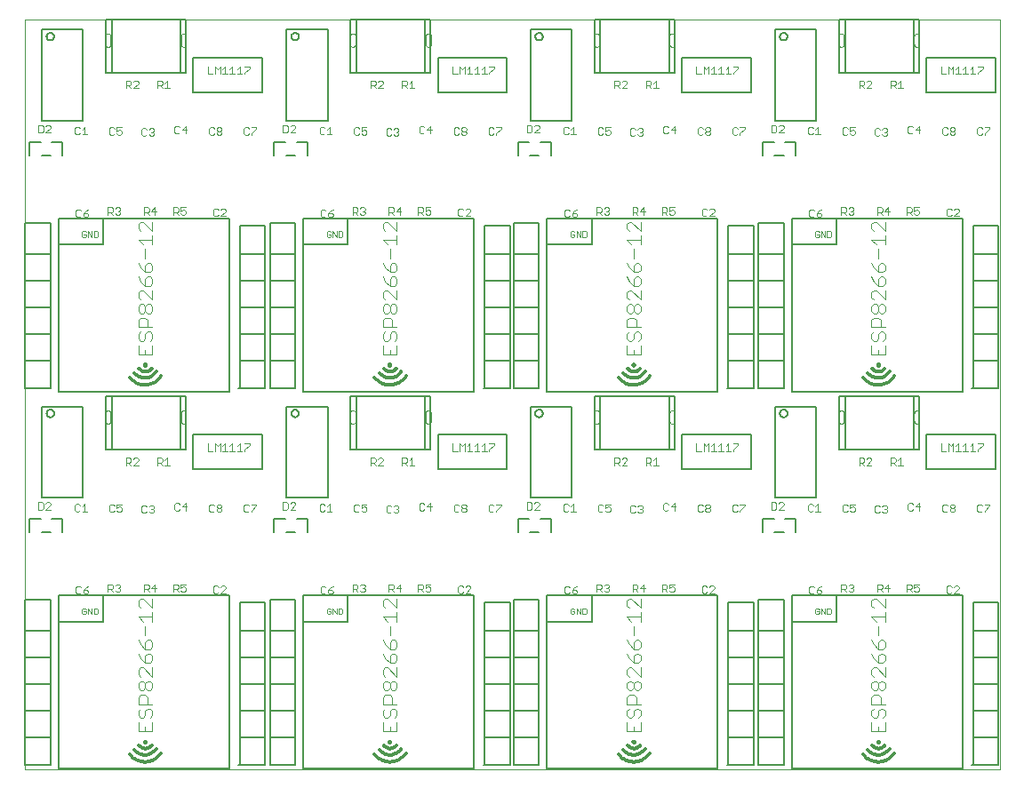
<source format=gto>
G75*
%MOIN*%
%OFA0B0*%
%FSLAX24Y24*%
%IPPOS*%
%LPD*%
%AMOC8*
5,1,8,0,0,1.08239X$1,22.5*
%
%ADD10C,0.0000*%
%ADD11C,0.0020*%
%ADD12C,0.0080*%
%ADD13C,0.0060*%
%ADD14C,0.0050*%
%ADD15C,0.0040*%
%ADD16C,0.0120*%
D10*
X000881Y000911D02*
X000881Y029051D01*
X037433Y029051D01*
X037433Y000911D01*
X000881Y000911D01*
X003893Y013966D02*
X003893Y014281D01*
X003894Y014298D01*
X003899Y014315D01*
X003906Y014330D01*
X003916Y014344D01*
X003928Y014356D01*
X003942Y014366D01*
X003957Y014373D01*
X003974Y014378D01*
X003991Y014379D01*
X004008Y014378D01*
X004025Y014373D01*
X004040Y014366D01*
X004054Y014356D01*
X004066Y014344D01*
X004076Y014330D01*
X004083Y014315D01*
X004088Y014298D01*
X004089Y014281D01*
X004090Y014281D02*
X004090Y013966D01*
X003991Y013868D02*
X003974Y013869D01*
X003957Y013874D01*
X003942Y013881D01*
X003928Y013891D01*
X003916Y013903D01*
X003906Y013917D01*
X003899Y013932D01*
X003894Y013949D01*
X003893Y013966D01*
X003991Y013868D02*
X004008Y013869D01*
X004025Y013874D01*
X004040Y013881D01*
X004054Y013891D01*
X004066Y013903D01*
X004076Y013917D01*
X004083Y013932D01*
X004088Y013949D01*
X004089Y013966D01*
X006728Y013966D02*
X006728Y014281D01*
X006729Y014298D01*
X006734Y014315D01*
X006741Y014330D01*
X006751Y014344D01*
X006763Y014356D01*
X006777Y014366D01*
X006792Y014373D01*
X006809Y014378D01*
X006826Y014379D01*
X006843Y014378D01*
X006860Y014373D01*
X006875Y014366D01*
X006889Y014356D01*
X006901Y014344D01*
X006911Y014330D01*
X006918Y014315D01*
X006923Y014298D01*
X006924Y014281D01*
X006924Y013966D01*
X006826Y013868D02*
X006809Y013869D01*
X006792Y013874D01*
X006777Y013881D01*
X006763Y013891D01*
X006751Y013903D01*
X006741Y013917D01*
X006734Y013932D01*
X006729Y013949D01*
X006728Y013966D01*
X006826Y013868D02*
X006843Y013869D01*
X006860Y013874D01*
X006875Y013881D01*
X006889Y013891D01*
X006901Y013903D01*
X006911Y013917D01*
X006918Y013932D01*
X006923Y013949D01*
X006924Y013966D01*
X013070Y013966D02*
X013070Y014281D01*
X013071Y014281D02*
X013072Y014298D01*
X013077Y014315D01*
X013084Y014330D01*
X013094Y014344D01*
X013106Y014356D01*
X013120Y014366D01*
X013135Y014373D01*
X013152Y014378D01*
X013169Y014379D01*
X013186Y014378D01*
X013203Y014373D01*
X013218Y014366D01*
X013232Y014356D01*
X013244Y014344D01*
X013254Y014330D01*
X013261Y014315D01*
X013266Y014298D01*
X013267Y014281D01*
X013267Y013966D01*
X013169Y013868D02*
X013152Y013869D01*
X013135Y013874D01*
X013120Y013881D01*
X013106Y013891D01*
X013094Y013903D01*
X013084Y013917D01*
X013077Y013932D01*
X013072Y013949D01*
X013071Y013966D01*
X013169Y013868D02*
X013186Y013869D01*
X013203Y013874D01*
X013218Y013881D01*
X013232Y013891D01*
X013244Y013903D01*
X013254Y013917D01*
X013261Y013932D01*
X013266Y013949D01*
X013267Y013966D01*
X015905Y013966D02*
X015905Y014281D01*
X015906Y014298D01*
X015911Y014315D01*
X015918Y014330D01*
X015928Y014344D01*
X015940Y014356D01*
X015954Y014366D01*
X015969Y014373D01*
X015986Y014378D01*
X016003Y014379D01*
X016020Y014378D01*
X016037Y014373D01*
X016052Y014366D01*
X016066Y014356D01*
X016078Y014344D01*
X016088Y014330D01*
X016095Y014315D01*
X016100Y014298D01*
X016101Y014281D01*
X016102Y014281D02*
X016102Y013966D01*
X016003Y013868D02*
X015986Y013869D01*
X015969Y013874D01*
X015954Y013881D01*
X015940Y013891D01*
X015928Y013903D01*
X015918Y013917D01*
X015911Y013932D01*
X015906Y013949D01*
X015905Y013966D01*
X016003Y013868D02*
X016020Y013869D01*
X016037Y013874D01*
X016052Y013881D01*
X016066Y013891D01*
X016078Y013903D01*
X016088Y013917D01*
X016095Y013932D01*
X016100Y013949D01*
X016101Y013966D01*
X022218Y013966D02*
X022218Y014281D01*
X022219Y014298D01*
X022224Y014315D01*
X022231Y014330D01*
X022241Y014344D01*
X022253Y014356D01*
X022267Y014366D01*
X022282Y014373D01*
X022299Y014378D01*
X022316Y014379D01*
X022333Y014378D01*
X022350Y014373D01*
X022365Y014366D01*
X022379Y014356D01*
X022391Y014344D01*
X022401Y014330D01*
X022408Y014315D01*
X022413Y014298D01*
X022414Y014281D01*
X022415Y014281D02*
X022415Y013966D01*
X022316Y013868D02*
X022299Y013869D01*
X022282Y013874D01*
X022267Y013881D01*
X022253Y013891D01*
X022241Y013903D01*
X022231Y013917D01*
X022224Y013932D01*
X022219Y013949D01*
X022218Y013966D01*
X022316Y013868D02*
X022333Y013869D01*
X022350Y013874D01*
X022365Y013881D01*
X022379Y013891D01*
X022391Y013903D01*
X022401Y013917D01*
X022408Y013932D01*
X022413Y013949D01*
X022414Y013966D01*
X025052Y013966D02*
X025052Y014281D01*
X025053Y014281D02*
X025054Y014298D01*
X025059Y014315D01*
X025066Y014330D01*
X025076Y014344D01*
X025088Y014356D01*
X025102Y014366D01*
X025117Y014373D01*
X025134Y014378D01*
X025151Y014379D01*
X025168Y014378D01*
X025185Y014373D01*
X025200Y014366D01*
X025214Y014356D01*
X025226Y014344D01*
X025236Y014330D01*
X025243Y014315D01*
X025248Y014298D01*
X025249Y014281D01*
X025249Y013966D01*
X025151Y013868D02*
X025134Y013869D01*
X025117Y013874D01*
X025102Y013881D01*
X025088Y013891D01*
X025076Y013903D01*
X025066Y013917D01*
X025059Y013932D01*
X025054Y013949D01*
X025053Y013966D01*
X025151Y013868D02*
X025168Y013869D01*
X025185Y013874D01*
X025200Y013881D01*
X025214Y013891D01*
X025226Y013903D01*
X025236Y013917D01*
X025243Y013932D01*
X025248Y013949D01*
X025249Y013966D01*
X031390Y013966D02*
X031390Y014281D01*
X031391Y014298D01*
X031396Y014315D01*
X031403Y014330D01*
X031413Y014344D01*
X031425Y014356D01*
X031439Y014366D01*
X031454Y014373D01*
X031471Y014378D01*
X031488Y014379D01*
X031505Y014378D01*
X031522Y014373D01*
X031537Y014366D01*
X031551Y014356D01*
X031563Y014344D01*
X031573Y014330D01*
X031580Y014315D01*
X031585Y014298D01*
X031586Y014281D01*
X031586Y013966D01*
X031488Y013868D02*
X031471Y013869D01*
X031454Y013874D01*
X031439Y013881D01*
X031425Y013891D01*
X031413Y013903D01*
X031403Y013917D01*
X031396Y013932D01*
X031391Y013949D01*
X031390Y013966D01*
X031488Y013868D02*
X031505Y013869D01*
X031522Y013874D01*
X031537Y013881D01*
X031551Y013891D01*
X031563Y013903D01*
X031573Y013917D01*
X031580Y013932D01*
X031585Y013949D01*
X031586Y013966D01*
X034224Y013966D02*
X034224Y014281D01*
X034225Y014281D02*
X034226Y014298D01*
X034231Y014315D01*
X034238Y014330D01*
X034248Y014344D01*
X034260Y014356D01*
X034274Y014366D01*
X034289Y014373D01*
X034306Y014378D01*
X034323Y014379D01*
X034340Y014378D01*
X034357Y014373D01*
X034372Y014366D01*
X034386Y014356D01*
X034398Y014344D01*
X034408Y014330D01*
X034415Y014315D01*
X034420Y014298D01*
X034421Y014281D01*
X034421Y013966D01*
X034323Y013868D02*
X034306Y013869D01*
X034289Y013874D01*
X034274Y013881D01*
X034260Y013891D01*
X034248Y013903D01*
X034238Y013917D01*
X034231Y013932D01*
X034226Y013949D01*
X034225Y013966D01*
X034323Y013868D02*
X034340Y013869D01*
X034357Y013874D01*
X034372Y013881D01*
X034386Y013891D01*
X034398Y013903D01*
X034408Y013917D01*
X034415Y013932D01*
X034420Y013949D01*
X034421Y013966D01*
X034421Y028110D02*
X034421Y028425D01*
X034323Y028523D02*
X034306Y028522D01*
X034289Y028517D01*
X034274Y028510D01*
X034260Y028500D01*
X034248Y028488D01*
X034238Y028474D01*
X034231Y028459D01*
X034226Y028442D01*
X034225Y028425D01*
X034224Y028425D02*
X034224Y028110D01*
X034225Y028110D02*
X034226Y028093D01*
X034231Y028076D01*
X034238Y028061D01*
X034248Y028047D01*
X034260Y028035D01*
X034274Y028025D01*
X034289Y028018D01*
X034306Y028013D01*
X034323Y028012D01*
X034340Y028013D01*
X034357Y028018D01*
X034372Y028025D01*
X034386Y028035D01*
X034398Y028047D01*
X034408Y028061D01*
X034415Y028076D01*
X034420Y028093D01*
X034421Y028110D01*
X034421Y028425D02*
X034420Y028442D01*
X034415Y028459D01*
X034408Y028474D01*
X034398Y028488D01*
X034386Y028500D01*
X034372Y028510D01*
X034357Y028517D01*
X034340Y028522D01*
X034323Y028523D01*
X031586Y028425D02*
X031586Y028110D01*
X031488Y028012D02*
X031471Y028013D01*
X031454Y028018D01*
X031439Y028025D01*
X031425Y028035D01*
X031413Y028047D01*
X031403Y028061D01*
X031396Y028076D01*
X031391Y028093D01*
X031390Y028110D01*
X031390Y028425D01*
X031391Y028442D01*
X031396Y028459D01*
X031403Y028474D01*
X031413Y028488D01*
X031425Y028500D01*
X031439Y028510D01*
X031454Y028517D01*
X031471Y028522D01*
X031488Y028523D01*
X031505Y028522D01*
X031522Y028517D01*
X031537Y028510D01*
X031551Y028500D01*
X031563Y028488D01*
X031573Y028474D01*
X031580Y028459D01*
X031585Y028442D01*
X031586Y028425D01*
X031586Y028110D02*
X031585Y028093D01*
X031580Y028076D01*
X031573Y028061D01*
X031563Y028047D01*
X031551Y028035D01*
X031537Y028025D01*
X031522Y028018D01*
X031505Y028013D01*
X031488Y028012D01*
X025249Y028110D02*
X025249Y028425D01*
X025151Y028523D02*
X025134Y028522D01*
X025117Y028517D01*
X025102Y028510D01*
X025088Y028500D01*
X025076Y028488D01*
X025066Y028474D01*
X025059Y028459D01*
X025054Y028442D01*
X025053Y028425D01*
X025052Y028425D02*
X025052Y028110D01*
X025053Y028110D02*
X025054Y028093D01*
X025059Y028076D01*
X025066Y028061D01*
X025076Y028047D01*
X025088Y028035D01*
X025102Y028025D01*
X025117Y028018D01*
X025134Y028013D01*
X025151Y028012D01*
X025168Y028013D01*
X025185Y028018D01*
X025200Y028025D01*
X025214Y028035D01*
X025226Y028047D01*
X025236Y028061D01*
X025243Y028076D01*
X025248Y028093D01*
X025249Y028110D01*
X025249Y028425D02*
X025248Y028442D01*
X025243Y028459D01*
X025236Y028474D01*
X025226Y028488D01*
X025214Y028500D01*
X025200Y028510D01*
X025185Y028517D01*
X025168Y028522D01*
X025151Y028523D01*
X022415Y028425D02*
X022415Y028110D01*
X022316Y028012D02*
X022299Y028013D01*
X022282Y028018D01*
X022267Y028025D01*
X022253Y028035D01*
X022241Y028047D01*
X022231Y028061D01*
X022224Y028076D01*
X022219Y028093D01*
X022218Y028110D01*
X022218Y028425D01*
X022219Y028442D01*
X022224Y028459D01*
X022231Y028474D01*
X022241Y028488D01*
X022253Y028500D01*
X022267Y028510D01*
X022282Y028517D01*
X022299Y028522D01*
X022316Y028523D01*
X022333Y028522D01*
X022350Y028517D01*
X022365Y028510D01*
X022379Y028500D01*
X022391Y028488D01*
X022401Y028474D01*
X022408Y028459D01*
X022413Y028442D01*
X022414Y028425D01*
X022414Y028110D02*
X022413Y028093D01*
X022408Y028076D01*
X022401Y028061D01*
X022391Y028047D01*
X022379Y028035D01*
X022365Y028025D01*
X022350Y028018D01*
X022333Y028013D01*
X022316Y028012D01*
X016102Y028110D02*
X016102Y028425D01*
X016003Y028523D02*
X015986Y028522D01*
X015969Y028517D01*
X015954Y028510D01*
X015940Y028500D01*
X015928Y028488D01*
X015918Y028474D01*
X015911Y028459D01*
X015906Y028442D01*
X015905Y028425D01*
X015905Y028110D01*
X015906Y028093D01*
X015911Y028076D01*
X015918Y028061D01*
X015928Y028047D01*
X015940Y028035D01*
X015954Y028025D01*
X015969Y028018D01*
X015986Y028013D01*
X016003Y028012D01*
X016020Y028013D01*
X016037Y028018D01*
X016052Y028025D01*
X016066Y028035D01*
X016078Y028047D01*
X016088Y028061D01*
X016095Y028076D01*
X016100Y028093D01*
X016101Y028110D01*
X016101Y028425D02*
X016100Y028442D01*
X016095Y028459D01*
X016088Y028474D01*
X016078Y028488D01*
X016066Y028500D01*
X016052Y028510D01*
X016037Y028517D01*
X016020Y028522D01*
X016003Y028523D01*
X013267Y028425D02*
X013267Y028110D01*
X013169Y028012D02*
X013152Y028013D01*
X013135Y028018D01*
X013120Y028025D01*
X013106Y028035D01*
X013094Y028047D01*
X013084Y028061D01*
X013077Y028076D01*
X013072Y028093D01*
X013071Y028110D01*
X013070Y028110D02*
X013070Y028425D01*
X013071Y028425D02*
X013072Y028442D01*
X013077Y028459D01*
X013084Y028474D01*
X013094Y028488D01*
X013106Y028500D01*
X013120Y028510D01*
X013135Y028517D01*
X013152Y028522D01*
X013169Y028523D01*
X013186Y028522D01*
X013203Y028517D01*
X013218Y028510D01*
X013232Y028500D01*
X013244Y028488D01*
X013254Y028474D01*
X013261Y028459D01*
X013266Y028442D01*
X013267Y028425D01*
X013267Y028110D02*
X013266Y028093D01*
X013261Y028076D01*
X013254Y028061D01*
X013244Y028047D01*
X013232Y028035D01*
X013218Y028025D01*
X013203Y028018D01*
X013186Y028013D01*
X013169Y028012D01*
X006924Y028110D02*
X006924Y028425D01*
X006826Y028523D02*
X006809Y028522D01*
X006792Y028517D01*
X006777Y028510D01*
X006763Y028500D01*
X006751Y028488D01*
X006741Y028474D01*
X006734Y028459D01*
X006729Y028442D01*
X006728Y028425D01*
X006728Y028110D01*
X006729Y028093D01*
X006734Y028076D01*
X006741Y028061D01*
X006751Y028047D01*
X006763Y028035D01*
X006777Y028025D01*
X006792Y028018D01*
X006809Y028013D01*
X006826Y028012D01*
X006843Y028013D01*
X006860Y028018D01*
X006875Y028025D01*
X006889Y028035D01*
X006901Y028047D01*
X006911Y028061D01*
X006918Y028076D01*
X006923Y028093D01*
X006924Y028110D01*
X006924Y028425D02*
X006923Y028442D01*
X006918Y028459D01*
X006911Y028474D01*
X006901Y028488D01*
X006889Y028500D01*
X006875Y028510D01*
X006860Y028517D01*
X006843Y028522D01*
X006826Y028523D01*
X004090Y028425D02*
X004090Y028110D01*
X003991Y028012D02*
X003974Y028013D01*
X003957Y028018D01*
X003942Y028025D01*
X003928Y028035D01*
X003916Y028047D01*
X003906Y028061D01*
X003899Y028076D01*
X003894Y028093D01*
X003893Y028110D01*
X003893Y028425D01*
X003894Y028442D01*
X003899Y028459D01*
X003906Y028474D01*
X003916Y028488D01*
X003928Y028500D01*
X003942Y028510D01*
X003957Y028517D01*
X003974Y028522D01*
X003991Y028523D01*
X004008Y028522D01*
X004025Y028517D01*
X004040Y028510D01*
X004054Y028500D01*
X004066Y028488D01*
X004076Y028474D01*
X004083Y028459D01*
X004088Y028442D01*
X004089Y028425D01*
X004089Y028110D02*
X004088Y028093D01*
X004083Y028076D01*
X004076Y028061D01*
X004066Y028047D01*
X004054Y028035D01*
X004040Y028025D01*
X004025Y028018D01*
X004008Y028013D01*
X003991Y028012D01*
D11*
X004664Y026745D02*
X004804Y026745D01*
X004850Y026698D01*
X004850Y026605D01*
X004804Y026558D01*
X004664Y026558D01*
X004757Y026558D02*
X004850Y026465D01*
X004940Y026465D02*
X005127Y026652D01*
X005127Y026698D01*
X005080Y026745D01*
X004987Y026745D01*
X004940Y026698D01*
X004940Y026465D02*
X005127Y026465D01*
X004664Y026465D02*
X004664Y026745D01*
X005841Y026745D02*
X005841Y026465D01*
X005841Y026558D02*
X005981Y026558D01*
X006028Y026605D01*
X006028Y026698D01*
X005981Y026745D01*
X005841Y026745D01*
X005935Y026558D02*
X006028Y026465D01*
X006117Y026465D02*
X006304Y026465D01*
X006211Y026465D02*
X006211Y026745D01*
X006117Y026652D01*
X007729Y026990D02*
X007915Y026990D01*
X008005Y026990D02*
X008005Y027270D01*
X008098Y027177D01*
X008192Y027270D01*
X008192Y026990D01*
X008281Y026990D02*
X008468Y026990D01*
X008557Y026990D02*
X008744Y026990D01*
X008834Y026990D02*
X009020Y026990D01*
X009110Y026990D02*
X009110Y027036D01*
X009297Y027223D01*
X009297Y027270D01*
X009110Y027270D01*
X008927Y027270D02*
X008927Y026990D01*
X008834Y027177D02*
X008927Y027270D01*
X008651Y027270D02*
X008651Y026990D01*
X008557Y027177D02*
X008651Y027270D01*
X008374Y027270D02*
X008374Y026990D01*
X008281Y027177D02*
X008374Y027270D01*
X007729Y027270D02*
X007729Y026990D01*
X007835Y024995D02*
X007789Y024948D01*
X007789Y024761D01*
X007835Y024715D01*
X007929Y024715D01*
X007975Y024761D01*
X008065Y024761D02*
X008065Y024808D01*
X008112Y024855D01*
X008205Y024855D01*
X008252Y024808D01*
X008252Y024761D01*
X008205Y024715D01*
X008112Y024715D01*
X008065Y024761D01*
X008112Y024855D02*
X008065Y024902D01*
X008065Y024948D01*
X008112Y024995D01*
X008205Y024995D01*
X008252Y024948D01*
X008252Y024902D01*
X008205Y024855D01*
X007975Y024948D02*
X007929Y024995D01*
X007835Y024995D01*
X006954Y024905D02*
X006767Y024905D01*
X006907Y025045D01*
X006907Y024765D01*
X006678Y024811D02*
X006631Y024765D01*
X006538Y024765D01*
X006491Y024811D01*
X006491Y024998D01*
X006538Y025045D01*
X006631Y025045D01*
X006678Y024998D01*
X005714Y024911D02*
X005714Y024864D01*
X005667Y024817D01*
X005714Y024771D01*
X005714Y024724D01*
X005667Y024677D01*
X005574Y024677D01*
X005527Y024724D01*
X005438Y024724D02*
X005391Y024677D01*
X005298Y024677D01*
X005251Y024724D01*
X005251Y024911D01*
X005298Y024957D01*
X005391Y024957D01*
X005438Y024911D01*
X005527Y024911D02*
X005574Y024957D01*
X005667Y024957D01*
X005714Y024911D01*
X005667Y024817D02*
X005621Y024817D01*
X004504Y024855D02*
X004504Y024761D01*
X004457Y024715D01*
X004364Y024715D01*
X004317Y024761D01*
X004228Y024761D02*
X004181Y024715D01*
X004088Y024715D01*
X004041Y024761D01*
X004041Y024948D01*
X004088Y024995D01*
X004181Y024995D01*
X004228Y024948D01*
X004317Y024995D02*
X004317Y024855D01*
X004411Y024902D01*
X004457Y024902D01*
X004504Y024855D01*
X004504Y024995D02*
X004317Y024995D01*
X003214Y024727D02*
X003027Y024727D01*
X003121Y024727D02*
X003121Y025007D01*
X003027Y024914D01*
X002938Y024961D02*
X002891Y025007D01*
X002798Y025007D01*
X002751Y024961D01*
X002751Y024774D01*
X002798Y024727D01*
X002891Y024727D01*
X002938Y024774D01*
X001835Y024793D02*
X001648Y024793D01*
X001835Y024980D01*
X001835Y025026D01*
X001788Y025073D01*
X001695Y025073D01*
X001648Y025026D01*
X001559Y025026D02*
X001512Y025073D01*
X001372Y025073D01*
X001372Y024793D01*
X001512Y024793D01*
X001559Y024839D01*
X001559Y025026D01*
X002838Y021920D02*
X002791Y021873D01*
X002791Y021686D01*
X002838Y021640D01*
X002931Y021640D01*
X002978Y021686D01*
X003067Y021686D02*
X003114Y021640D01*
X003207Y021640D01*
X003254Y021686D01*
X003254Y021733D01*
X003207Y021780D01*
X003067Y021780D01*
X003067Y021686D01*
X003067Y021780D02*
X003161Y021873D01*
X003254Y021920D01*
X002978Y021873D02*
X002931Y021920D01*
X002838Y021920D01*
X003054Y021099D02*
X003018Y021062D01*
X003018Y020915D01*
X003054Y020879D01*
X003128Y020879D01*
X003164Y020915D01*
X003164Y020989D01*
X003091Y020989D01*
X003164Y021062D02*
X003128Y021099D01*
X003054Y021099D01*
X003238Y021099D02*
X003385Y020879D01*
X003385Y021099D01*
X003459Y021099D02*
X003570Y021099D01*
X003606Y021062D01*
X003606Y020915D01*
X003570Y020879D01*
X003459Y020879D01*
X003459Y021099D01*
X003238Y021099D02*
X003238Y020879D01*
X003991Y021715D02*
X003991Y021995D01*
X004131Y021995D01*
X004178Y021948D01*
X004178Y021855D01*
X004131Y021808D01*
X003991Y021808D01*
X004085Y021808D02*
X004178Y021715D01*
X004267Y021761D02*
X004314Y021715D01*
X004407Y021715D01*
X004454Y021761D01*
X004454Y021808D01*
X004407Y021855D01*
X004361Y021855D01*
X004407Y021855D02*
X004454Y021902D01*
X004454Y021948D01*
X004407Y021995D01*
X004314Y021995D01*
X004267Y021948D01*
X005341Y021995D02*
X005341Y021715D01*
X005341Y021808D02*
X005481Y021808D01*
X005528Y021855D01*
X005528Y021948D01*
X005481Y021995D01*
X005341Y021995D01*
X005435Y021808D02*
X005528Y021715D01*
X005617Y021855D02*
X005804Y021855D01*
X005757Y021715D02*
X005757Y021995D01*
X005617Y021855D01*
X006441Y021808D02*
X006581Y021808D01*
X006628Y021855D01*
X006628Y021948D01*
X006581Y021995D01*
X006441Y021995D01*
X006441Y021715D01*
X006535Y021808D02*
X006628Y021715D01*
X006717Y021761D02*
X006764Y021715D01*
X006857Y021715D01*
X006904Y021761D01*
X006904Y021855D01*
X006857Y021902D01*
X006811Y021902D01*
X006717Y021855D01*
X006717Y021995D01*
X006904Y021995D01*
X007941Y021898D02*
X007941Y021711D01*
X007988Y021665D01*
X008081Y021665D01*
X008128Y021711D01*
X008217Y021665D02*
X008404Y021852D01*
X008404Y021898D01*
X008357Y021945D01*
X008264Y021945D01*
X008217Y021898D01*
X008128Y021898D02*
X008081Y021945D01*
X007988Y021945D01*
X007941Y021898D01*
X008217Y021665D02*
X008404Y021665D01*
X009135Y024715D02*
X009229Y024715D01*
X009275Y024761D01*
X009365Y024761D02*
X009365Y024715D01*
X009365Y024761D02*
X009552Y024948D01*
X009552Y024995D01*
X009365Y024995D01*
X009275Y024948D02*
X009229Y024995D01*
X009135Y024995D01*
X009089Y024948D01*
X009089Y024761D01*
X009135Y024715D01*
X010549Y024793D02*
X010689Y024793D01*
X010736Y024839D01*
X010736Y025026D01*
X010689Y025073D01*
X010549Y025073D01*
X010549Y024793D01*
X010825Y024793D02*
X011012Y024980D01*
X011012Y025026D01*
X010965Y025073D01*
X010872Y025073D01*
X010825Y025026D01*
X010825Y024793D02*
X011012Y024793D01*
X011928Y024774D02*
X011975Y024727D01*
X012068Y024727D01*
X012115Y024774D01*
X012205Y024727D02*
X012391Y024727D01*
X012298Y024727D02*
X012298Y025007D01*
X012205Y024914D01*
X012115Y024961D02*
X012068Y025007D01*
X011975Y025007D01*
X011928Y024961D01*
X011928Y024774D01*
X013218Y024761D02*
X013265Y024715D01*
X013358Y024715D01*
X013405Y024761D01*
X013495Y024761D02*
X013541Y024715D01*
X013635Y024715D01*
X013681Y024761D01*
X013681Y024855D01*
X013635Y024902D01*
X013588Y024902D01*
X013495Y024855D01*
X013495Y024995D01*
X013681Y024995D01*
X013405Y024948D02*
X013358Y024995D01*
X013265Y024995D01*
X013218Y024948D01*
X013218Y024761D01*
X014428Y024724D02*
X014475Y024677D01*
X014568Y024677D01*
X014615Y024724D01*
X014705Y024724D02*
X014751Y024677D01*
X014845Y024677D01*
X014891Y024724D01*
X014891Y024771D01*
X014845Y024817D01*
X014798Y024817D01*
X014845Y024817D02*
X014891Y024864D01*
X014891Y024911D01*
X014845Y024957D01*
X014751Y024957D01*
X014705Y024911D01*
X014615Y024911D02*
X014568Y024957D01*
X014475Y024957D01*
X014428Y024911D01*
X014428Y024724D01*
X015668Y024811D02*
X015715Y024765D01*
X015808Y024765D01*
X015855Y024811D01*
X015945Y024905D02*
X016131Y024905D01*
X016085Y025045D02*
X015945Y024905D01*
X015855Y024998D02*
X015808Y025045D01*
X015715Y025045D01*
X015668Y024998D01*
X015668Y024811D01*
X016085Y024765D02*
X016085Y025045D01*
X016966Y024948D02*
X016966Y024761D01*
X017013Y024715D01*
X017106Y024715D01*
X017153Y024761D01*
X017242Y024761D02*
X017242Y024808D01*
X017289Y024855D01*
X017382Y024855D01*
X017429Y024808D01*
X017429Y024761D01*
X017382Y024715D01*
X017289Y024715D01*
X017242Y024761D01*
X017289Y024855D02*
X017242Y024902D01*
X017242Y024948D01*
X017289Y024995D01*
X017382Y024995D01*
X017429Y024948D01*
X017429Y024902D01*
X017382Y024855D01*
X017153Y024948D02*
X017106Y024995D01*
X017013Y024995D01*
X016966Y024948D01*
X018266Y024948D02*
X018266Y024761D01*
X018313Y024715D01*
X018406Y024715D01*
X018453Y024761D01*
X018542Y024761D02*
X018729Y024948D01*
X018729Y024995D01*
X018542Y024995D01*
X018453Y024948D02*
X018406Y024995D01*
X018313Y024995D01*
X018266Y024948D01*
X018542Y024761D02*
X018542Y024715D01*
X019697Y024793D02*
X019837Y024793D01*
X019883Y024839D01*
X019883Y025026D01*
X019837Y025073D01*
X019697Y025073D01*
X019697Y024793D01*
X019973Y024793D02*
X020160Y024980D01*
X020160Y025026D01*
X020113Y025073D01*
X020019Y025073D01*
X019973Y025026D01*
X019973Y024793D02*
X020160Y024793D01*
X021076Y024774D02*
X021123Y024727D01*
X021216Y024727D01*
X021263Y024774D01*
X021352Y024727D02*
X021539Y024727D01*
X021446Y024727D02*
X021446Y025007D01*
X021352Y024914D01*
X021263Y024961D02*
X021216Y025007D01*
X021123Y025007D01*
X021076Y024961D01*
X021076Y024774D01*
X022366Y024761D02*
X022413Y024715D01*
X022506Y024715D01*
X022553Y024761D01*
X022642Y024761D02*
X022689Y024715D01*
X022782Y024715D01*
X022829Y024761D01*
X022829Y024855D01*
X022782Y024902D01*
X022736Y024902D01*
X022642Y024855D01*
X022642Y024995D01*
X022829Y024995D01*
X022553Y024948D02*
X022506Y024995D01*
X022413Y024995D01*
X022366Y024948D01*
X022366Y024761D01*
X023576Y024724D02*
X023623Y024677D01*
X023716Y024677D01*
X023763Y024724D01*
X023852Y024724D02*
X023899Y024677D01*
X023992Y024677D01*
X024039Y024724D01*
X024039Y024771D01*
X023992Y024817D01*
X023946Y024817D01*
X023992Y024817D02*
X024039Y024864D01*
X024039Y024911D01*
X023992Y024957D01*
X023899Y024957D01*
X023852Y024911D01*
X023763Y024911D02*
X023716Y024957D01*
X023623Y024957D01*
X023576Y024911D01*
X023576Y024724D01*
X024816Y024811D02*
X024863Y024765D01*
X024956Y024765D01*
X025003Y024811D01*
X025092Y024905D02*
X025279Y024905D01*
X025232Y025045D02*
X025092Y024905D01*
X025003Y024998D02*
X024956Y025045D01*
X024863Y025045D01*
X024816Y024998D01*
X024816Y024811D01*
X025232Y024765D02*
X025232Y025045D01*
X026113Y024948D02*
X026113Y024761D01*
X026160Y024715D01*
X026254Y024715D01*
X026300Y024761D01*
X026390Y024761D02*
X026390Y024808D01*
X026436Y024855D01*
X026530Y024855D01*
X026576Y024808D01*
X026576Y024761D01*
X026530Y024715D01*
X026436Y024715D01*
X026390Y024761D01*
X026436Y024855D02*
X026390Y024902D01*
X026390Y024948D01*
X026436Y024995D01*
X026530Y024995D01*
X026576Y024948D01*
X026576Y024902D01*
X026530Y024855D01*
X026300Y024948D02*
X026254Y024995D01*
X026160Y024995D01*
X026113Y024948D01*
X027413Y024948D02*
X027413Y024761D01*
X027460Y024715D01*
X027554Y024715D01*
X027600Y024761D01*
X027690Y024761D02*
X027876Y024948D01*
X027876Y024995D01*
X027690Y024995D01*
X027600Y024948D02*
X027554Y024995D01*
X027460Y024995D01*
X027413Y024948D01*
X027690Y024761D02*
X027690Y024715D01*
X028868Y024793D02*
X029008Y024793D01*
X029055Y024839D01*
X029055Y025026D01*
X029008Y025073D01*
X028868Y025073D01*
X028868Y024793D01*
X029145Y024793D02*
X029331Y024980D01*
X029331Y025026D01*
X029285Y025073D01*
X029191Y025073D01*
X029145Y025026D01*
X029145Y024793D02*
X029331Y024793D01*
X030248Y024774D02*
X030294Y024727D01*
X030388Y024727D01*
X030435Y024774D01*
X030524Y024727D02*
X030711Y024727D01*
X030617Y024727D02*
X030617Y025007D01*
X030524Y024914D01*
X030435Y024961D02*
X030388Y025007D01*
X030294Y025007D01*
X030248Y024961D01*
X030248Y024774D01*
X031538Y024761D02*
X031584Y024715D01*
X031678Y024715D01*
X031725Y024761D01*
X031814Y024761D02*
X031861Y024715D01*
X031954Y024715D01*
X032001Y024761D01*
X032001Y024855D01*
X031954Y024902D01*
X031907Y024902D01*
X031814Y024855D01*
X031814Y024995D01*
X032001Y024995D01*
X031725Y024948D02*
X031678Y024995D01*
X031584Y024995D01*
X031538Y024948D01*
X031538Y024761D01*
X032748Y024724D02*
X032794Y024677D01*
X032888Y024677D01*
X032935Y024724D01*
X033024Y024724D02*
X033071Y024677D01*
X033164Y024677D01*
X033211Y024724D01*
X033211Y024771D01*
X033164Y024817D01*
X033117Y024817D01*
X033164Y024817D02*
X033211Y024864D01*
X033211Y024911D01*
X033164Y024957D01*
X033071Y024957D01*
X033024Y024911D01*
X032935Y024911D02*
X032888Y024957D01*
X032794Y024957D01*
X032748Y024911D01*
X032748Y024724D01*
X033988Y024811D02*
X034034Y024765D01*
X034128Y024765D01*
X034175Y024811D01*
X034264Y024905D02*
X034451Y024905D01*
X034404Y025045D02*
X034264Y024905D01*
X034175Y024998D02*
X034128Y025045D01*
X034034Y025045D01*
X033988Y024998D01*
X033988Y024811D01*
X034404Y024765D02*
X034404Y025045D01*
X035285Y024948D02*
X035285Y024761D01*
X035332Y024715D01*
X035425Y024715D01*
X035472Y024761D01*
X035562Y024761D02*
X035562Y024808D01*
X035608Y024855D01*
X035702Y024855D01*
X035748Y024808D01*
X035748Y024761D01*
X035702Y024715D01*
X035608Y024715D01*
X035562Y024761D01*
X035608Y024855D02*
X035562Y024902D01*
X035562Y024948D01*
X035608Y024995D01*
X035702Y024995D01*
X035748Y024948D01*
X035748Y024902D01*
X035702Y024855D01*
X035472Y024948D02*
X035425Y024995D01*
X035332Y024995D01*
X035285Y024948D01*
X036585Y024948D02*
X036585Y024761D01*
X036632Y024715D01*
X036725Y024715D01*
X036772Y024761D01*
X036862Y024761D02*
X036862Y024715D01*
X036862Y024761D02*
X037048Y024948D01*
X037048Y024995D01*
X036862Y024995D01*
X036772Y024948D02*
X036725Y024995D01*
X036632Y024995D01*
X036585Y024948D01*
X036606Y026990D02*
X036606Y027036D01*
X036793Y027223D01*
X036793Y027270D01*
X036606Y027270D01*
X036424Y027270D02*
X036424Y026990D01*
X036517Y026990D02*
X036330Y026990D01*
X036241Y026990D02*
X036054Y026990D01*
X035965Y026990D02*
X035778Y026990D01*
X035688Y026990D02*
X035688Y027270D01*
X035595Y027177D01*
X035501Y027270D01*
X035501Y026990D01*
X035412Y026990D02*
X035225Y026990D01*
X035225Y027270D01*
X035778Y027177D02*
X035871Y027270D01*
X035871Y026990D01*
X036054Y027177D02*
X036147Y027270D01*
X036147Y026990D01*
X036330Y027177D02*
X036424Y027270D01*
X033801Y026465D02*
X033614Y026465D01*
X033525Y026465D02*
X033431Y026558D01*
X033478Y026558D02*
X033338Y026558D01*
X033338Y026465D02*
X033338Y026745D01*
X033478Y026745D01*
X033525Y026698D01*
X033525Y026605D01*
X033478Y026558D01*
X033614Y026652D02*
X033707Y026745D01*
X033707Y026465D01*
X032623Y026465D02*
X032437Y026465D01*
X032623Y026652D01*
X032623Y026698D01*
X032577Y026745D01*
X032483Y026745D01*
X032437Y026698D01*
X032347Y026698D02*
X032347Y026605D01*
X032300Y026558D01*
X032160Y026558D01*
X032160Y026465D02*
X032160Y026745D01*
X032300Y026745D01*
X032347Y026698D01*
X032254Y026558D02*
X032347Y026465D01*
X027621Y027223D02*
X027435Y027036D01*
X027435Y026990D01*
X027345Y026990D02*
X027158Y026990D01*
X027069Y026990D02*
X026882Y026990D01*
X026793Y026990D02*
X026606Y026990D01*
X026516Y026990D02*
X026516Y027270D01*
X026423Y027177D01*
X026330Y027270D01*
X026330Y026990D01*
X026240Y026990D02*
X026053Y026990D01*
X026053Y027270D01*
X026606Y027177D02*
X026699Y027270D01*
X026699Y026990D01*
X026882Y027177D02*
X026976Y027270D01*
X026976Y026990D01*
X027158Y027177D02*
X027252Y027270D01*
X027252Y026990D01*
X027435Y027270D02*
X027621Y027270D01*
X027621Y027223D01*
X024629Y026465D02*
X024442Y026465D01*
X024353Y026465D02*
X024259Y026558D01*
X024306Y026558D02*
X024166Y026558D01*
X024166Y026465D02*
X024166Y026745D01*
X024306Y026745D01*
X024353Y026698D01*
X024353Y026605D01*
X024306Y026558D01*
X024442Y026652D02*
X024536Y026745D01*
X024536Y026465D01*
X023451Y026465D02*
X023265Y026465D01*
X023451Y026652D01*
X023451Y026698D01*
X023405Y026745D01*
X023311Y026745D01*
X023265Y026698D01*
X023175Y026698D02*
X023175Y026605D01*
X023129Y026558D01*
X022988Y026558D01*
X022988Y026465D02*
X022988Y026745D01*
X023129Y026745D01*
X023175Y026698D01*
X023082Y026558D02*
X023175Y026465D01*
X018474Y027223D02*
X018287Y027036D01*
X018287Y026990D01*
X018198Y026990D02*
X018011Y026990D01*
X017921Y026990D02*
X017734Y026990D01*
X017645Y026990D02*
X017458Y026990D01*
X017369Y026990D02*
X017369Y027270D01*
X017275Y027177D01*
X017182Y027270D01*
X017182Y026990D01*
X017093Y026990D02*
X016906Y026990D01*
X016906Y027270D01*
X017458Y027177D02*
X017552Y027270D01*
X017552Y026990D01*
X017734Y027177D02*
X017828Y027270D01*
X017828Y026990D01*
X018011Y027177D02*
X018104Y027270D01*
X018104Y026990D01*
X018287Y027270D02*
X018474Y027270D01*
X018474Y027223D01*
X015481Y026465D02*
X015295Y026465D01*
X015205Y026465D02*
X015112Y026558D01*
X015158Y026558D02*
X015018Y026558D01*
X015018Y026465D02*
X015018Y026745D01*
X015158Y026745D01*
X015205Y026698D01*
X015205Y026605D01*
X015158Y026558D01*
X015295Y026652D02*
X015388Y026745D01*
X015388Y026465D01*
X014304Y026465D02*
X014117Y026465D01*
X014304Y026652D01*
X014304Y026698D01*
X014257Y026745D01*
X014164Y026745D01*
X014117Y026698D01*
X014028Y026698D02*
X014028Y026605D01*
X013981Y026558D01*
X013841Y026558D01*
X013934Y026558D02*
X014028Y026465D01*
X013841Y026465D02*
X013841Y026745D01*
X013981Y026745D01*
X014028Y026698D01*
X013585Y021995D02*
X013631Y021948D01*
X013631Y021902D01*
X013585Y021855D01*
X013631Y021808D01*
X013631Y021761D01*
X013585Y021715D01*
X013491Y021715D01*
X013445Y021761D01*
X013355Y021715D02*
X013262Y021808D01*
X013308Y021808D02*
X013168Y021808D01*
X013168Y021715D02*
X013168Y021995D01*
X013308Y021995D01*
X013355Y021948D01*
X013355Y021855D01*
X013308Y021808D01*
X013445Y021948D02*
X013491Y021995D01*
X013585Y021995D01*
X013585Y021855D02*
X013538Y021855D01*
X014518Y021808D02*
X014658Y021808D01*
X014705Y021855D01*
X014705Y021948D01*
X014658Y021995D01*
X014518Y021995D01*
X014518Y021715D01*
X014612Y021808D02*
X014705Y021715D01*
X014795Y021855D02*
X014981Y021855D01*
X014935Y021995D02*
X014795Y021855D01*
X014935Y021715D02*
X014935Y021995D01*
X015618Y021995D02*
X015618Y021715D01*
X015618Y021808D02*
X015758Y021808D01*
X015805Y021855D01*
X015805Y021948D01*
X015758Y021995D01*
X015618Y021995D01*
X015712Y021808D02*
X015805Y021715D01*
X015895Y021761D02*
X015941Y021715D01*
X016035Y021715D01*
X016081Y021761D01*
X016081Y021855D01*
X016035Y021902D01*
X015988Y021902D01*
X015895Y021855D01*
X015895Y021995D01*
X016081Y021995D01*
X017118Y021898D02*
X017118Y021711D01*
X017165Y021665D01*
X017258Y021665D01*
X017305Y021711D01*
X017395Y021665D02*
X017581Y021852D01*
X017581Y021898D01*
X017535Y021945D01*
X017441Y021945D01*
X017395Y021898D01*
X017305Y021898D02*
X017258Y021945D01*
X017165Y021945D01*
X017118Y021898D01*
X017395Y021665D02*
X017581Y021665D01*
X021116Y021686D02*
X021163Y021640D01*
X021256Y021640D01*
X021303Y021686D01*
X021392Y021686D02*
X021439Y021640D01*
X021532Y021640D01*
X021579Y021686D01*
X021579Y021733D01*
X021532Y021780D01*
X021392Y021780D01*
X021392Y021686D01*
X021392Y021780D02*
X021486Y021873D01*
X021579Y021920D01*
X021303Y021873D02*
X021256Y021920D01*
X021163Y021920D01*
X021116Y021873D01*
X021116Y021686D01*
X021379Y021099D02*
X021342Y021062D01*
X021342Y020915D01*
X021379Y020879D01*
X021452Y020879D01*
X021489Y020915D01*
X021489Y020989D01*
X021416Y020989D01*
X021489Y021062D02*
X021452Y021099D01*
X021379Y021099D01*
X021563Y021099D02*
X021710Y020879D01*
X021710Y021099D01*
X021784Y021099D02*
X021894Y021099D01*
X021931Y021062D01*
X021931Y020915D01*
X021894Y020879D01*
X021784Y020879D01*
X021784Y021099D01*
X021563Y021099D02*
X021563Y020879D01*
X022316Y021715D02*
X022316Y021995D01*
X022456Y021995D01*
X022503Y021948D01*
X022503Y021855D01*
X022456Y021808D01*
X022316Y021808D01*
X022409Y021808D02*
X022503Y021715D01*
X022592Y021761D02*
X022639Y021715D01*
X022732Y021715D01*
X022779Y021761D01*
X022779Y021808D01*
X022732Y021855D01*
X022686Y021855D01*
X022732Y021855D02*
X022779Y021902D01*
X022779Y021948D01*
X022732Y021995D01*
X022639Y021995D01*
X022592Y021948D01*
X023666Y021995D02*
X023666Y021715D01*
X023666Y021808D02*
X023806Y021808D01*
X023853Y021855D01*
X023853Y021948D01*
X023806Y021995D01*
X023666Y021995D01*
X023759Y021808D02*
X023853Y021715D01*
X023942Y021855D02*
X024129Y021855D01*
X024082Y021995D02*
X023942Y021855D01*
X024082Y021715D02*
X024082Y021995D01*
X024766Y021995D02*
X024766Y021715D01*
X024766Y021808D02*
X024906Y021808D01*
X024953Y021855D01*
X024953Y021948D01*
X024906Y021995D01*
X024766Y021995D01*
X024859Y021808D02*
X024953Y021715D01*
X025042Y021761D02*
X025089Y021715D01*
X025182Y021715D01*
X025229Y021761D01*
X025229Y021855D01*
X025182Y021902D01*
X025136Y021902D01*
X025042Y021855D01*
X025042Y021995D01*
X025229Y021995D01*
X026266Y021898D02*
X026266Y021711D01*
X026313Y021665D01*
X026406Y021665D01*
X026453Y021711D01*
X026542Y021665D02*
X026729Y021852D01*
X026729Y021898D01*
X026682Y021945D01*
X026589Y021945D01*
X026542Y021898D01*
X026453Y021898D02*
X026406Y021945D01*
X026313Y021945D01*
X026266Y021898D01*
X026542Y021665D02*
X026729Y021665D01*
X030288Y021686D02*
X030334Y021640D01*
X030428Y021640D01*
X030475Y021686D01*
X030564Y021686D02*
X030611Y021640D01*
X030704Y021640D01*
X030751Y021686D01*
X030751Y021733D01*
X030704Y021780D01*
X030564Y021780D01*
X030564Y021686D01*
X030564Y021780D02*
X030657Y021873D01*
X030751Y021920D01*
X030475Y021873D02*
X030428Y021920D01*
X030334Y021920D01*
X030288Y021873D01*
X030288Y021686D01*
X030551Y021099D02*
X030514Y021062D01*
X030514Y020915D01*
X030551Y020879D01*
X030624Y020879D01*
X030661Y020915D01*
X030661Y020989D01*
X030588Y020989D01*
X030661Y021062D02*
X030624Y021099D01*
X030551Y021099D01*
X030735Y021099D02*
X030882Y020879D01*
X030882Y021099D01*
X030956Y021099D02*
X031066Y021099D01*
X031103Y021062D01*
X031103Y020915D01*
X031066Y020879D01*
X030956Y020879D01*
X030956Y021099D01*
X030735Y021099D02*
X030735Y020879D01*
X031488Y021715D02*
X031488Y021995D01*
X031628Y021995D01*
X031675Y021948D01*
X031675Y021855D01*
X031628Y021808D01*
X031488Y021808D01*
X031581Y021808D02*
X031675Y021715D01*
X031764Y021761D02*
X031811Y021715D01*
X031904Y021715D01*
X031951Y021761D01*
X031951Y021808D01*
X031904Y021855D01*
X031857Y021855D01*
X031904Y021855D02*
X031951Y021902D01*
X031951Y021948D01*
X031904Y021995D01*
X031811Y021995D01*
X031764Y021948D01*
X032838Y021995D02*
X032838Y021715D01*
X032838Y021808D02*
X032978Y021808D01*
X033025Y021855D01*
X033025Y021948D01*
X032978Y021995D01*
X032838Y021995D01*
X032931Y021808D02*
X033025Y021715D01*
X033114Y021855D02*
X033301Y021855D01*
X033254Y021995D02*
X033114Y021855D01*
X033254Y021715D02*
X033254Y021995D01*
X033938Y021995D02*
X033938Y021715D01*
X033938Y021808D02*
X034078Y021808D01*
X034125Y021855D01*
X034125Y021948D01*
X034078Y021995D01*
X033938Y021995D01*
X034031Y021808D02*
X034125Y021715D01*
X034214Y021761D02*
X034261Y021715D01*
X034354Y021715D01*
X034401Y021761D01*
X034401Y021855D01*
X034354Y021902D01*
X034307Y021902D01*
X034214Y021855D01*
X034214Y021995D01*
X034401Y021995D01*
X035438Y021898D02*
X035438Y021711D01*
X035484Y021665D01*
X035578Y021665D01*
X035625Y021711D01*
X035714Y021665D02*
X035901Y021852D01*
X035901Y021898D01*
X035854Y021945D01*
X035761Y021945D01*
X035714Y021898D01*
X035625Y021898D02*
X035578Y021945D01*
X035484Y021945D01*
X035438Y021898D01*
X035714Y021665D02*
X035901Y021665D01*
X035871Y013126D02*
X035871Y012846D01*
X035778Y012846D02*
X035965Y012846D01*
X036054Y012846D02*
X036241Y012846D01*
X036330Y012846D02*
X036517Y012846D01*
X036606Y012846D02*
X036606Y012893D01*
X036793Y013080D01*
X036793Y013126D01*
X036606Y013126D01*
X036424Y013126D02*
X036424Y012846D01*
X036330Y013033D02*
X036424Y013126D01*
X036147Y013126D02*
X036147Y012846D01*
X036054Y013033D02*
X036147Y013126D01*
X035871Y013126D02*
X035778Y013033D01*
X035688Y013126D02*
X035688Y012846D01*
X035501Y012846D02*
X035501Y013126D01*
X035595Y013033D01*
X035688Y013126D01*
X035412Y012846D02*
X035225Y012846D01*
X035225Y013126D01*
X033707Y012601D02*
X033707Y012321D01*
X033614Y012321D02*
X033801Y012321D01*
X033614Y012508D02*
X033707Y012601D01*
X033525Y012555D02*
X033525Y012461D01*
X033478Y012414D01*
X033338Y012414D01*
X033338Y012321D02*
X033338Y012601D01*
X033478Y012601D01*
X033525Y012555D01*
X033431Y012414D02*
X033525Y012321D01*
X032623Y012321D02*
X032437Y012321D01*
X032623Y012508D01*
X032623Y012555D01*
X032577Y012601D01*
X032483Y012601D01*
X032437Y012555D01*
X032347Y012555D02*
X032347Y012461D01*
X032300Y012414D01*
X032160Y012414D01*
X032160Y012321D02*
X032160Y012601D01*
X032300Y012601D01*
X032347Y012555D01*
X032254Y012414D02*
X032347Y012321D01*
X033988Y010855D02*
X034034Y010901D01*
X034128Y010901D01*
X034175Y010855D01*
X034264Y010761D02*
X034404Y010901D01*
X034404Y010621D01*
X034451Y010761D02*
X034264Y010761D01*
X034175Y010668D02*
X034128Y010621D01*
X034034Y010621D01*
X033988Y010668D01*
X033988Y010855D01*
X033211Y010767D02*
X033211Y010720D01*
X033164Y010674D01*
X033211Y010627D01*
X033211Y010580D01*
X033164Y010534D01*
X033071Y010534D01*
X033024Y010580D01*
X032935Y010580D02*
X032888Y010534D01*
X032794Y010534D01*
X032748Y010580D01*
X032748Y010767D01*
X032794Y010814D01*
X032888Y010814D01*
X032935Y010767D01*
X033024Y010767D02*
X033071Y010814D01*
X033164Y010814D01*
X033211Y010767D01*
X033164Y010674D02*
X033117Y010674D01*
X032001Y010711D02*
X032001Y010618D01*
X031954Y010571D01*
X031861Y010571D01*
X031814Y010618D01*
X031725Y010618D02*
X031678Y010571D01*
X031584Y010571D01*
X031538Y010618D01*
X031538Y010805D01*
X031584Y010851D01*
X031678Y010851D01*
X031725Y010805D01*
X031814Y010851D02*
X031814Y010711D01*
X031907Y010758D01*
X031954Y010758D01*
X032001Y010711D01*
X032001Y010851D02*
X031814Y010851D01*
X030711Y010584D02*
X030524Y010584D01*
X030617Y010584D02*
X030617Y010864D01*
X030524Y010770D01*
X030435Y010817D02*
X030388Y010864D01*
X030294Y010864D01*
X030248Y010817D01*
X030248Y010630D01*
X030294Y010584D01*
X030388Y010584D01*
X030435Y010630D01*
X029331Y010649D02*
X029145Y010649D01*
X029331Y010836D01*
X029331Y010883D01*
X029285Y010929D01*
X029191Y010929D01*
X029145Y010883D01*
X029055Y010883D02*
X029008Y010929D01*
X028868Y010929D01*
X028868Y010649D01*
X029008Y010649D01*
X029055Y010696D01*
X029055Y010883D01*
X027876Y010851D02*
X027876Y010805D01*
X027690Y010618D01*
X027690Y010571D01*
X027600Y010618D02*
X027554Y010571D01*
X027460Y010571D01*
X027413Y010618D01*
X027413Y010805D01*
X027460Y010851D01*
X027554Y010851D01*
X027600Y010805D01*
X027690Y010851D02*
X027876Y010851D01*
X026576Y010805D02*
X026576Y010758D01*
X026530Y010711D01*
X026576Y010664D01*
X026576Y010618D01*
X026530Y010571D01*
X026436Y010571D01*
X026390Y010618D01*
X026390Y010664D01*
X026436Y010711D01*
X026530Y010711D01*
X026436Y010711D02*
X026390Y010758D01*
X026390Y010805D01*
X026436Y010851D01*
X026530Y010851D01*
X026576Y010805D01*
X026300Y010805D02*
X026254Y010851D01*
X026160Y010851D01*
X026113Y010805D01*
X026113Y010618D01*
X026160Y010571D01*
X026254Y010571D01*
X026300Y010618D01*
X025279Y010761D02*
X025092Y010761D01*
X025232Y010901D01*
X025232Y010621D01*
X025003Y010668D02*
X024956Y010621D01*
X024863Y010621D01*
X024816Y010668D01*
X024816Y010855D01*
X024863Y010901D01*
X024956Y010901D01*
X025003Y010855D01*
X024039Y010767D02*
X024039Y010720D01*
X023992Y010674D01*
X024039Y010627D01*
X024039Y010580D01*
X023992Y010534D01*
X023899Y010534D01*
X023852Y010580D01*
X023763Y010580D02*
X023716Y010534D01*
X023623Y010534D01*
X023576Y010580D01*
X023576Y010767D01*
X023623Y010814D01*
X023716Y010814D01*
X023763Y010767D01*
X023852Y010767D02*
X023899Y010814D01*
X023992Y010814D01*
X024039Y010767D01*
X023992Y010674D02*
X023946Y010674D01*
X022829Y010711D02*
X022829Y010618D01*
X022782Y010571D01*
X022689Y010571D01*
X022642Y010618D01*
X022553Y010618D02*
X022506Y010571D01*
X022413Y010571D01*
X022366Y010618D01*
X022366Y010805D01*
X022413Y010851D01*
X022506Y010851D01*
X022553Y010805D01*
X022642Y010851D02*
X022642Y010711D01*
X022736Y010758D01*
X022782Y010758D01*
X022829Y010711D01*
X022829Y010851D02*
X022642Y010851D01*
X021539Y010584D02*
X021352Y010584D01*
X021446Y010584D02*
X021446Y010864D01*
X021352Y010770D01*
X021263Y010817D02*
X021216Y010864D01*
X021123Y010864D01*
X021076Y010817D01*
X021076Y010630D01*
X021123Y010584D01*
X021216Y010584D01*
X021263Y010630D01*
X020160Y010649D02*
X019973Y010649D01*
X020160Y010836D01*
X020160Y010883D01*
X020113Y010929D01*
X020019Y010929D01*
X019973Y010883D01*
X019883Y010883D02*
X019837Y010929D01*
X019697Y010929D01*
X019697Y010649D01*
X019837Y010649D01*
X019883Y010696D01*
X019883Y010883D01*
X018729Y010851D02*
X018729Y010805D01*
X018542Y010618D01*
X018542Y010571D01*
X018453Y010618D02*
X018406Y010571D01*
X018313Y010571D01*
X018266Y010618D01*
X018266Y010805D01*
X018313Y010851D01*
X018406Y010851D01*
X018453Y010805D01*
X018542Y010851D02*
X018729Y010851D01*
X017429Y010805D02*
X017429Y010758D01*
X017382Y010711D01*
X017289Y010711D01*
X017242Y010758D01*
X017242Y010805D01*
X017289Y010851D01*
X017382Y010851D01*
X017429Y010805D01*
X017382Y010711D02*
X017429Y010664D01*
X017429Y010618D01*
X017382Y010571D01*
X017289Y010571D01*
X017242Y010618D01*
X017242Y010664D01*
X017289Y010711D01*
X017153Y010618D02*
X017106Y010571D01*
X017013Y010571D01*
X016966Y010618D01*
X016966Y010805D01*
X017013Y010851D01*
X017106Y010851D01*
X017153Y010805D01*
X016131Y010761D02*
X015945Y010761D01*
X016085Y010901D01*
X016085Y010621D01*
X015855Y010668D02*
X015808Y010621D01*
X015715Y010621D01*
X015668Y010668D01*
X015668Y010855D01*
X015715Y010901D01*
X015808Y010901D01*
X015855Y010855D01*
X014891Y010767D02*
X014891Y010720D01*
X014845Y010674D01*
X014891Y010627D01*
X014891Y010580D01*
X014845Y010534D01*
X014751Y010534D01*
X014705Y010580D01*
X014615Y010580D02*
X014568Y010534D01*
X014475Y010534D01*
X014428Y010580D01*
X014428Y010767D01*
X014475Y010814D01*
X014568Y010814D01*
X014615Y010767D01*
X014705Y010767D02*
X014751Y010814D01*
X014845Y010814D01*
X014891Y010767D01*
X014845Y010674D02*
X014798Y010674D01*
X013681Y010711D02*
X013681Y010618D01*
X013635Y010571D01*
X013541Y010571D01*
X013495Y010618D01*
X013405Y010618D02*
X013358Y010571D01*
X013265Y010571D01*
X013218Y010618D01*
X013218Y010805D01*
X013265Y010851D01*
X013358Y010851D01*
X013405Y010805D01*
X013495Y010851D02*
X013495Y010711D01*
X013588Y010758D01*
X013635Y010758D01*
X013681Y010711D01*
X013681Y010851D02*
X013495Y010851D01*
X012391Y010584D02*
X012205Y010584D01*
X012298Y010584D02*
X012298Y010864D01*
X012205Y010770D01*
X012115Y010817D02*
X012068Y010864D01*
X011975Y010864D01*
X011928Y010817D01*
X011928Y010630D01*
X011975Y010584D01*
X012068Y010584D01*
X012115Y010630D01*
X011012Y010649D02*
X010825Y010649D01*
X011012Y010836D01*
X011012Y010883D01*
X010965Y010929D01*
X010872Y010929D01*
X010825Y010883D01*
X010736Y010883D02*
X010736Y010696D01*
X010689Y010649D01*
X010549Y010649D01*
X010549Y010929D01*
X010689Y010929D01*
X010736Y010883D01*
X009552Y010851D02*
X009552Y010805D01*
X009365Y010618D01*
X009365Y010571D01*
X009275Y010618D02*
X009229Y010571D01*
X009135Y010571D01*
X009089Y010618D01*
X009089Y010805D01*
X009135Y010851D01*
X009229Y010851D01*
X009275Y010805D01*
X009365Y010851D02*
X009552Y010851D01*
X008252Y010805D02*
X008252Y010758D01*
X008205Y010711D01*
X008112Y010711D01*
X008065Y010758D01*
X008065Y010805D01*
X008112Y010851D01*
X008205Y010851D01*
X008252Y010805D01*
X008205Y010711D02*
X008252Y010664D01*
X008252Y010618D01*
X008205Y010571D01*
X008112Y010571D01*
X008065Y010618D01*
X008065Y010664D01*
X008112Y010711D01*
X007975Y010618D02*
X007929Y010571D01*
X007835Y010571D01*
X007789Y010618D01*
X007789Y010805D01*
X007835Y010851D01*
X007929Y010851D01*
X007975Y010805D01*
X006954Y010761D02*
X006767Y010761D01*
X006907Y010901D01*
X006907Y010621D01*
X006678Y010668D02*
X006631Y010621D01*
X006538Y010621D01*
X006491Y010668D01*
X006491Y010855D01*
X006538Y010901D01*
X006631Y010901D01*
X006678Y010855D01*
X005714Y010767D02*
X005714Y010720D01*
X005667Y010674D01*
X005714Y010627D01*
X005714Y010580D01*
X005667Y010534D01*
X005574Y010534D01*
X005527Y010580D01*
X005438Y010580D02*
X005391Y010534D01*
X005298Y010534D01*
X005251Y010580D01*
X005251Y010767D01*
X005298Y010814D01*
X005391Y010814D01*
X005438Y010767D01*
X005527Y010767D02*
X005574Y010814D01*
X005667Y010814D01*
X005714Y010767D01*
X005667Y010674D02*
X005621Y010674D01*
X004504Y010711D02*
X004504Y010618D01*
X004457Y010571D01*
X004364Y010571D01*
X004317Y010618D01*
X004228Y010618D02*
X004181Y010571D01*
X004088Y010571D01*
X004041Y010618D01*
X004041Y010805D01*
X004088Y010851D01*
X004181Y010851D01*
X004228Y010805D01*
X004317Y010851D02*
X004317Y010711D01*
X004411Y010758D01*
X004457Y010758D01*
X004504Y010711D01*
X004504Y010851D02*
X004317Y010851D01*
X003214Y010584D02*
X003027Y010584D01*
X003121Y010584D02*
X003121Y010864D01*
X003027Y010770D01*
X002938Y010817D02*
X002891Y010864D01*
X002798Y010864D01*
X002751Y010817D01*
X002751Y010630D01*
X002798Y010584D01*
X002891Y010584D01*
X002938Y010630D01*
X001835Y010649D02*
X001648Y010649D01*
X001835Y010836D01*
X001835Y010883D01*
X001788Y010929D01*
X001695Y010929D01*
X001648Y010883D01*
X001559Y010883D02*
X001512Y010929D01*
X001372Y010929D01*
X001372Y010649D01*
X001512Y010649D01*
X001559Y010696D01*
X001559Y010883D01*
X004664Y012321D02*
X004664Y012601D01*
X004804Y012601D01*
X004850Y012555D01*
X004850Y012461D01*
X004804Y012414D01*
X004664Y012414D01*
X004757Y012414D02*
X004850Y012321D01*
X004940Y012321D02*
X005127Y012508D01*
X005127Y012555D01*
X005080Y012601D01*
X004987Y012601D01*
X004940Y012555D01*
X004940Y012321D02*
X005127Y012321D01*
X005841Y012321D02*
X005841Y012601D01*
X005981Y012601D01*
X006028Y012555D01*
X006028Y012461D01*
X005981Y012414D01*
X005841Y012414D01*
X005935Y012414D02*
X006028Y012321D01*
X006117Y012321D02*
X006304Y012321D01*
X006211Y012321D02*
X006211Y012601D01*
X006117Y012508D01*
X007729Y012846D02*
X007915Y012846D01*
X008005Y012846D02*
X008005Y013126D01*
X008098Y013033D01*
X008192Y013126D01*
X008192Y012846D01*
X008281Y012846D02*
X008468Y012846D01*
X008557Y012846D02*
X008744Y012846D01*
X008834Y012846D02*
X009020Y012846D01*
X009110Y012846D02*
X009110Y012893D01*
X009297Y013080D01*
X009297Y013126D01*
X009110Y013126D01*
X008927Y013126D02*
X008927Y012846D01*
X008834Y013033D02*
X008927Y013126D01*
X008651Y013126D02*
X008651Y012846D01*
X008557Y013033D02*
X008651Y013126D01*
X008374Y013126D02*
X008374Y012846D01*
X008281Y013033D02*
X008374Y013126D01*
X007729Y013126D02*
X007729Y012846D01*
X013841Y012601D02*
X013841Y012321D01*
X013841Y012414D02*
X013981Y012414D01*
X014028Y012461D01*
X014028Y012555D01*
X013981Y012601D01*
X013841Y012601D01*
X013934Y012414D02*
X014028Y012321D01*
X014117Y012321D02*
X014304Y012508D01*
X014304Y012555D01*
X014257Y012601D01*
X014164Y012601D01*
X014117Y012555D01*
X014117Y012321D02*
X014304Y012321D01*
X015018Y012321D02*
X015018Y012601D01*
X015158Y012601D01*
X015205Y012555D01*
X015205Y012461D01*
X015158Y012414D01*
X015018Y012414D01*
X015112Y012414D02*
X015205Y012321D01*
X015295Y012321D02*
X015481Y012321D01*
X015388Y012321D02*
X015388Y012601D01*
X015295Y012508D01*
X016906Y012846D02*
X017093Y012846D01*
X017182Y012846D02*
X017182Y013126D01*
X017275Y013033D01*
X017369Y013126D01*
X017369Y012846D01*
X017458Y012846D02*
X017645Y012846D01*
X017734Y012846D02*
X017921Y012846D01*
X018011Y012846D02*
X018198Y012846D01*
X018287Y012846D02*
X018287Y012893D01*
X018474Y013080D01*
X018474Y013126D01*
X018287Y013126D01*
X018104Y013126D02*
X018104Y012846D01*
X018011Y013033D02*
X018104Y013126D01*
X017828Y013126D02*
X017828Y012846D01*
X017734Y013033D02*
X017828Y013126D01*
X017552Y013126D02*
X017552Y012846D01*
X017458Y013033D02*
X017552Y013126D01*
X016906Y013126D02*
X016906Y012846D01*
X022988Y012601D02*
X022988Y012321D01*
X022988Y012414D02*
X023129Y012414D01*
X023175Y012461D01*
X023175Y012555D01*
X023129Y012601D01*
X022988Y012601D01*
X023082Y012414D02*
X023175Y012321D01*
X023265Y012321D02*
X023451Y012508D01*
X023451Y012555D01*
X023405Y012601D01*
X023311Y012601D01*
X023265Y012555D01*
X023265Y012321D02*
X023451Y012321D01*
X024166Y012321D02*
X024166Y012601D01*
X024306Y012601D01*
X024353Y012555D01*
X024353Y012461D01*
X024306Y012414D01*
X024166Y012414D01*
X024259Y012414D02*
X024353Y012321D01*
X024442Y012321D02*
X024629Y012321D01*
X024536Y012321D02*
X024536Y012601D01*
X024442Y012508D01*
X026053Y012846D02*
X026240Y012846D01*
X026330Y012846D02*
X026330Y013126D01*
X026423Y013033D01*
X026516Y013126D01*
X026516Y012846D01*
X026606Y012846D02*
X026793Y012846D01*
X026882Y012846D02*
X027069Y012846D01*
X027158Y012846D02*
X027345Y012846D01*
X027435Y012846D02*
X027435Y012893D01*
X027621Y013080D01*
X027621Y013126D01*
X027435Y013126D01*
X027252Y013126D02*
X027252Y012846D01*
X027158Y013033D02*
X027252Y013126D01*
X026976Y013126D02*
X026976Y012846D01*
X026882Y013033D02*
X026976Y013126D01*
X026699Y013126D02*
X026699Y012846D01*
X026606Y013033D02*
X026699Y013126D01*
X026053Y013126D02*
X026053Y012846D01*
X026313Y007801D02*
X026266Y007755D01*
X026266Y007568D01*
X026313Y007521D01*
X026406Y007521D01*
X026453Y007568D01*
X026542Y007521D02*
X026729Y007708D01*
X026729Y007755D01*
X026682Y007801D01*
X026589Y007801D01*
X026542Y007755D01*
X026453Y007755D02*
X026406Y007801D01*
X026313Y007801D01*
X026542Y007521D02*
X026729Y007521D01*
X025229Y007618D02*
X025182Y007571D01*
X025089Y007571D01*
X025042Y007618D01*
X025042Y007711D02*
X025136Y007758D01*
X025182Y007758D01*
X025229Y007711D01*
X025229Y007618D01*
X025042Y007711D02*
X025042Y007851D01*
X025229Y007851D01*
X024953Y007805D02*
X024953Y007711D01*
X024906Y007664D01*
X024766Y007664D01*
X024766Y007571D02*
X024766Y007851D01*
X024906Y007851D01*
X024953Y007805D01*
X024859Y007664D02*
X024953Y007571D01*
X024129Y007711D02*
X023942Y007711D01*
X024082Y007851D01*
X024082Y007571D01*
X023853Y007571D02*
X023759Y007664D01*
X023806Y007664D02*
X023666Y007664D01*
X023666Y007571D02*
X023666Y007851D01*
X023806Y007851D01*
X023853Y007805D01*
X023853Y007711D01*
X023806Y007664D01*
X022779Y007664D02*
X022779Y007618D01*
X022732Y007571D01*
X022639Y007571D01*
X022592Y007618D01*
X022503Y007571D02*
X022409Y007664D01*
X022456Y007664D02*
X022316Y007664D01*
X022316Y007571D02*
X022316Y007851D01*
X022456Y007851D01*
X022503Y007805D01*
X022503Y007711D01*
X022456Y007664D01*
X022592Y007805D02*
X022639Y007851D01*
X022732Y007851D01*
X022779Y007805D01*
X022779Y007758D01*
X022732Y007711D01*
X022779Y007664D01*
X022732Y007711D02*
X022686Y007711D01*
X021931Y006918D02*
X021894Y006955D01*
X021784Y006955D01*
X021784Y006735D01*
X021894Y006735D01*
X021931Y006772D01*
X021931Y006918D01*
X021710Y006955D02*
X021710Y006735D01*
X021563Y006955D01*
X021563Y006735D01*
X021489Y006772D02*
X021489Y006845D01*
X021416Y006845D01*
X021489Y006772D02*
X021452Y006735D01*
X021379Y006735D01*
X021342Y006772D01*
X021342Y006918D01*
X021379Y006955D01*
X021452Y006955D01*
X021489Y006918D01*
X021532Y007496D02*
X021439Y007496D01*
X021392Y007543D01*
X021392Y007636D01*
X021532Y007636D01*
X021579Y007589D01*
X021579Y007543D01*
X021532Y007496D01*
X021392Y007636D02*
X021486Y007730D01*
X021579Y007776D01*
X021303Y007730D02*
X021256Y007776D01*
X021163Y007776D01*
X021116Y007730D01*
X021116Y007543D01*
X021163Y007496D01*
X021256Y007496D01*
X021303Y007543D01*
X017581Y007521D02*
X017395Y007521D01*
X017581Y007708D01*
X017581Y007755D01*
X017535Y007801D01*
X017441Y007801D01*
X017395Y007755D01*
X017305Y007755D02*
X017258Y007801D01*
X017165Y007801D01*
X017118Y007755D01*
X017118Y007568D01*
X017165Y007521D01*
X017258Y007521D01*
X017305Y007568D01*
X016081Y007618D02*
X016035Y007571D01*
X015941Y007571D01*
X015895Y007618D01*
X015895Y007711D02*
X015988Y007758D01*
X016035Y007758D01*
X016081Y007711D01*
X016081Y007618D01*
X015895Y007711D02*
X015895Y007851D01*
X016081Y007851D01*
X015805Y007805D02*
X015805Y007711D01*
X015758Y007664D01*
X015618Y007664D01*
X015618Y007571D02*
X015618Y007851D01*
X015758Y007851D01*
X015805Y007805D01*
X015712Y007664D02*
X015805Y007571D01*
X014981Y007711D02*
X014795Y007711D01*
X014935Y007851D01*
X014935Y007571D01*
X014705Y007571D02*
X014612Y007664D01*
X014658Y007664D02*
X014518Y007664D01*
X014518Y007571D02*
X014518Y007851D01*
X014658Y007851D01*
X014705Y007805D01*
X014705Y007711D01*
X014658Y007664D01*
X013631Y007664D02*
X013631Y007618D01*
X013585Y007571D01*
X013491Y007571D01*
X013445Y007618D01*
X013355Y007571D02*
X013262Y007664D01*
X013308Y007664D02*
X013168Y007664D01*
X013168Y007571D02*
X013168Y007851D01*
X013308Y007851D01*
X013355Y007805D01*
X013355Y007711D01*
X013308Y007664D01*
X013445Y007805D02*
X013491Y007851D01*
X013585Y007851D01*
X013631Y007805D01*
X013631Y007758D01*
X013585Y007711D01*
X013631Y007664D01*
X013585Y007711D02*
X013538Y007711D01*
X012747Y006955D02*
X012637Y006955D01*
X012637Y006735D01*
X012747Y006735D01*
X012783Y006772D01*
X012783Y006918D01*
X012747Y006955D01*
X012562Y006955D02*
X012562Y006735D01*
X012416Y006955D01*
X012416Y006735D01*
X012341Y006772D02*
X012341Y006845D01*
X012268Y006845D01*
X012195Y006772D02*
X012231Y006735D01*
X012305Y006735D01*
X012341Y006772D01*
X012195Y006772D02*
X012195Y006918D01*
X012231Y006955D01*
X012305Y006955D01*
X012341Y006918D01*
X012385Y007496D02*
X012291Y007496D01*
X012245Y007543D01*
X012245Y007636D01*
X012385Y007636D01*
X012431Y007589D01*
X012431Y007543D01*
X012385Y007496D01*
X012245Y007636D02*
X012338Y007730D01*
X012431Y007776D01*
X012155Y007730D02*
X012108Y007776D01*
X012015Y007776D01*
X011968Y007730D01*
X011968Y007543D01*
X012015Y007496D01*
X012108Y007496D01*
X012155Y007543D01*
X008404Y007521D02*
X008217Y007521D01*
X008404Y007708D01*
X008404Y007755D01*
X008357Y007801D01*
X008264Y007801D01*
X008217Y007755D01*
X008128Y007755D02*
X008081Y007801D01*
X007988Y007801D01*
X007941Y007755D01*
X007941Y007568D01*
X007988Y007521D01*
X008081Y007521D01*
X008128Y007568D01*
X006904Y007618D02*
X006857Y007571D01*
X006764Y007571D01*
X006717Y007618D01*
X006717Y007711D02*
X006811Y007758D01*
X006857Y007758D01*
X006904Y007711D01*
X006904Y007618D01*
X006717Y007711D02*
X006717Y007851D01*
X006904Y007851D01*
X006628Y007805D02*
X006628Y007711D01*
X006581Y007664D01*
X006441Y007664D01*
X006441Y007571D02*
X006441Y007851D01*
X006581Y007851D01*
X006628Y007805D01*
X006535Y007664D02*
X006628Y007571D01*
X005804Y007711D02*
X005617Y007711D01*
X005757Y007851D01*
X005757Y007571D01*
X005528Y007571D02*
X005435Y007664D01*
X005481Y007664D02*
X005341Y007664D01*
X005341Y007571D02*
X005341Y007851D01*
X005481Y007851D01*
X005528Y007805D01*
X005528Y007711D01*
X005481Y007664D01*
X004454Y007664D02*
X004454Y007618D01*
X004407Y007571D01*
X004314Y007571D01*
X004267Y007618D01*
X004178Y007571D02*
X004085Y007664D01*
X004131Y007664D02*
X003991Y007664D01*
X003991Y007571D02*
X003991Y007851D01*
X004131Y007851D01*
X004178Y007805D01*
X004178Y007711D01*
X004131Y007664D01*
X004267Y007805D02*
X004314Y007851D01*
X004407Y007851D01*
X004454Y007805D01*
X004454Y007758D01*
X004407Y007711D01*
X004454Y007664D01*
X004407Y007711D02*
X004361Y007711D01*
X003570Y006955D02*
X003459Y006955D01*
X003459Y006735D01*
X003570Y006735D01*
X003606Y006772D01*
X003606Y006918D01*
X003570Y006955D01*
X003385Y006955D02*
X003385Y006735D01*
X003238Y006955D01*
X003238Y006735D01*
X003164Y006772D02*
X003164Y006845D01*
X003091Y006845D01*
X003164Y006772D02*
X003128Y006735D01*
X003054Y006735D01*
X003018Y006772D01*
X003018Y006918D01*
X003054Y006955D01*
X003128Y006955D01*
X003164Y006918D01*
X003207Y007496D02*
X003254Y007543D01*
X003254Y007589D01*
X003207Y007636D01*
X003067Y007636D01*
X003067Y007543D01*
X003114Y007496D01*
X003207Y007496D01*
X003067Y007636D02*
X003161Y007730D01*
X003254Y007776D01*
X002978Y007730D02*
X002931Y007776D01*
X002838Y007776D01*
X002791Y007730D01*
X002791Y007543D01*
X002838Y007496D01*
X002931Y007496D01*
X002978Y007543D01*
X012231Y020879D02*
X012305Y020879D01*
X012341Y020915D01*
X012341Y020989D01*
X012268Y020989D01*
X012195Y021062D02*
X012195Y020915D01*
X012231Y020879D01*
X012416Y020879D02*
X012416Y021099D01*
X012562Y020879D01*
X012562Y021099D01*
X012637Y021099D02*
X012747Y021099D01*
X012783Y021062D01*
X012783Y020915D01*
X012747Y020879D01*
X012637Y020879D01*
X012637Y021099D01*
X012341Y021062D02*
X012305Y021099D01*
X012231Y021099D01*
X012195Y021062D01*
X012108Y021640D02*
X012155Y021686D01*
X012108Y021640D02*
X012015Y021640D01*
X011968Y021686D01*
X011968Y021873D01*
X012015Y021920D01*
X012108Y021920D01*
X012155Y021873D01*
X012245Y021780D02*
X012385Y021780D01*
X012431Y021733D01*
X012431Y021686D01*
X012385Y021640D01*
X012291Y021640D01*
X012245Y021686D01*
X012245Y021780D01*
X012338Y021873D01*
X012431Y021920D01*
X030288Y007730D02*
X030288Y007543D01*
X030334Y007496D01*
X030428Y007496D01*
X030475Y007543D01*
X030564Y007543D02*
X030611Y007496D01*
X030704Y007496D01*
X030751Y007543D01*
X030751Y007589D01*
X030704Y007636D01*
X030564Y007636D01*
X030564Y007543D01*
X030564Y007636D02*
X030657Y007730D01*
X030751Y007776D01*
X030475Y007730D02*
X030428Y007776D01*
X030334Y007776D01*
X030288Y007730D01*
X030551Y006955D02*
X030514Y006918D01*
X030514Y006772D01*
X030551Y006735D01*
X030624Y006735D01*
X030661Y006772D01*
X030661Y006845D01*
X030588Y006845D01*
X030661Y006918D02*
X030624Y006955D01*
X030551Y006955D01*
X030735Y006955D02*
X030882Y006735D01*
X030882Y006955D01*
X030956Y006955D02*
X031066Y006955D01*
X031103Y006918D01*
X031103Y006772D01*
X031066Y006735D01*
X030956Y006735D01*
X030956Y006955D01*
X030735Y006955D02*
X030735Y006735D01*
X031488Y007571D02*
X031488Y007851D01*
X031628Y007851D01*
X031675Y007805D01*
X031675Y007711D01*
X031628Y007664D01*
X031488Y007664D01*
X031581Y007664D02*
X031675Y007571D01*
X031764Y007618D02*
X031811Y007571D01*
X031904Y007571D01*
X031951Y007618D01*
X031951Y007664D01*
X031904Y007711D01*
X031857Y007711D01*
X031904Y007711D02*
X031951Y007758D01*
X031951Y007805D01*
X031904Y007851D01*
X031811Y007851D01*
X031764Y007805D01*
X032838Y007851D02*
X032978Y007851D01*
X033025Y007805D01*
X033025Y007711D01*
X032978Y007664D01*
X032838Y007664D01*
X032838Y007571D02*
X032838Y007851D01*
X032931Y007664D02*
X033025Y007571D01*
X033114Y007711D02*
X033301Y007711D01*
X033254Y007571D02*
X033254Y007851D01*
X033114Y007711D01*
X033938Y007664D02*
X034078Y007664D01*
X034125Y007711D01*
X034125Y007805D01*
X034078Y007851D01*
X033938Y007851D01*
X033938Y007571D01*
X034031Y007664D02*
X034125Y007571D01*
X034214Y007618D02*
X034261Y007571D01*
X034354Y007571D01*
X034401Y007618D01*
X034401Y007711D01*
X034354Y007758D01*
X034307Y007758D01*
X034214Y007711D01*
X034214Y007851D01*
X034401Y007851D01*
X035438Y007755D02*
X035438Y007568D01*
X035484Y007521D01*
X035578Y007521D01*
X035625Y007568D01*
X035714Y007521D02*
X035901Y007708D01*
X035901Y007755D01*
X035854Y007801D01*
X035761Y007801D01*
X035714Y007755D01*
X035625Y007755D02*
X035578Y007801D01*
X035484Y007801D01*
X035438Y007755D01*
X035714Y007521D02*
X035901Y007521D01*
X035702Y010571D02*
X035608Y010571D01*
X035562Y010618D01*
X035562Y010664D01*
X035608Y010711D01*
X035702Y010711D01*
X035748Y010664D01*
X035748Y010618D01*
X035702Y010571D01*
X035702Y010711D02*
X035748Y010758D01*
X035748Y010805D01*
X035702Y010851D01*
X035608Y010851D01*
X035562Y010805D01*
X035562Y010758D01*
X035608Y010711D01*
X035472Y010618D02*
X035425Y010571D01*
X035332Y010571D01*
X035285Y010618D01*
X035285Y010805D01*
X035332Y010851D01*
X035425Y010851D01*
X035472Y010805D01*
X036585Y010805D02*
X036585Y010618D01*
X036632Y010571D01*
X036725Y010571D01*
X036772Y010618D01*
X036862Y010618D02*
X036862Y010571D01*
X036862Y010618D02*
X037048Y010805D01*
X037048Y010851D01*
X036862Y010851D01*
X036772Y010805D02*
X036725Y010851D01*
X036632Y010851D01*
X036585Y010805D01*
D12*
X037268Y012161D02*
X034688Y012161D01*
X034688Y013461D01*
X037268Y013461D01*
X037268Y012161D01*
X030548Y011106D02*
X030548Y014516D01*
X029008Y014516D01*
X029008Y011106D01*
X030548Y011106D01*
X028096Y012161D02*
X025516Y012161D01*
X025516Y013461D01*
X028096Y013461D01*
X028096Y012161D01*
X029187Y014261D02*
X029189Y014284D01*
X029195Y014307D01*
X029204Y014328D01*
X029217Y014348D01*
X029233Y014365D01*
X029251Y014379D01*
X029271Y014390D01*
X029293Y014398D01*
X029316Y014402D01*
X029340Y014402D01*
X029363Y014398D01*
X029385Y014390D01*
X029405Y014379D01*
X029423Y014365D01*
X029439Y014348D01*
X029452Y014328D01*
X029461Y014307D01*
X029467Y014284D01*
X029469Y014261D01*
X029467Y014238D01*
X029461Y014215D01*
X029452Y014194D01*
X029439Y014174D01*
X029423Y014157D01*
X029405Y014143D01*
X029385Y014132D01*
X029363Y014124D01*
X029340Y014120D01*
X029316Y014120D01*
X029293Y014124D01*
X029271Y014132D01*
X029251Y014143D01*
X029233Y014157D01*
X029217Y014174D01*
X029204Y014194D01*
X029195Y014215D01*
X029189Y014238D01*
X029187Y014261D01*
X021376Y014516D02*
X021376Y011106D01*
X019836Y011106D01*
X019836Y014516D01*
X021376Y014516D01*
X020015Y014261D02*
X020017Y014284D01*
X020023Y014307D01*
X020032Y014328D01*
X020045Y014348D01*
X020061Y014365D01*
X020079Y014379D01*
X020099Y014390D01*
X020121Y014398D01*
X020144Y014402D01*
X020168Y014402D01*
X020191Y014398D01*
X020213Y014390D01*
X020233Y014379D01*
X020251Y014365D01*
X020267Y014348D01*
X020280Y014328D01*
X020289Y014307D01*
X020295Y014284D01*
X020297Y014261D01*
X020295Y014238D01*
X020289Y014215D01*
X020280Y014194D01*
X020267Y014174D01*
X020251Y014157D01*
X020233Y014143D01*
X020213Y014132D01*
X020191Y014124D01*
X020168Y014120D01*
X020144Y014120D01*
X020121Y014124D01*
X020099Y014132D01*
X020079Y014143D01*
X020061Y014157D01*
X020045Y014174D01*
X020032Y014194D01*
X020023Y014215D01*
X020017Y014238D01*
X020015Y014261D01*
X018948Y013461D02*
X016368Y013461D01*
X016368Y012161D01*
X018948Y012161D01*
X018948Y013461D01*
X012228Y014516D02*
X012228Y011106D01*
X010688Y011106D01*
X010688Y014516D01*
X012228Y014516D01*
X010867Y014261D02*
X010869Y014284D01*
X010875Y014307D01*
X010884Y014328D01*
X010897Y014348D01*
X010913Y014365D01*
X010931Y014379D01*
X010951Y014390D01*
X010973Y014398D01*
X010996Y014402D01*
X011020Y014402D01*
X011043Y014398D01*
X011065Y014390D01*
X011085Y014379D01*
X011103Y014365D01*
X011119Y014348D01*
X011132Y014328D01*
X011141Y014307D01*
X011147Y014284D01*
X011149Y014261D01*
X011147Y014238D01*
X011141Y014215D01*
X011132Y014194D01*
X011119Y014174D01*
X011103Y014157D01*
X011085Y014143D01*
X011065Y014132D01*
X011043Y014124D01*
X011020Y014120D01*
X010996Y014120D01*
X010973Y014124D01*
X010951Y014132D01*
X010931Y014143D01*
X010913Y014157D01*
X010897Y014174D01*
X010884Y014194D01*
X010875Y014215D01*
X010869Y014238D01*
X010867Y014261D01*
X009771Y013461D02*
X007191Y013461D01*
X007191Y012161D01*
X009771Y012161D01*
X009771Y013461D01*
X003051Y014516D02*
X003051Y011106D01*
X001511Y011106D01*
X001511Y014516D01*
X003051Y014516D01*
X001690Y014261D02*
X001692Y014284D01*
X001698Y014307D01*
X001707Y014328D01*
X001720Y014348D01*
X001736Y014365D01*
X001754Y014379D01*
X001774Y014390D01*
X001796Y014398D01*
X001819Y014402D01*
X001843Y014402D01*
X001866Y014398D01*
X001888Y014390D01*
X001908Y014379D01*
X001926Y014365D01*
X001942Y014348D01*
X001955Y014328D01*
X001964Y014307D01*
X001970Y014284D01*
X001972Y014261D01*
X001970Y014238D01*
X001964Y014215D01*
X001955Y014194D01*
X001942Y014174D01*
X001926Y014157D01*
X001908Y014143D01*
X001888Y014132D01*
X001866Y014124D01*
X001843Y014120D01*
X001819Y014120D01*
X001796Y014124D01*
X001774Y014132D01*
X001754Y014143D01*
X001736Y014157D01*
X001720Y014174D01*
X001707Y014194D01*
X001698Y014215D01*
X001692Y014238D01*
X001690Y014261D01*
X001511Y025250D02*
X003051Y025250D01*
X003051Y028660D01*
X001511Y028660D01*
X001511Y025250D01*
X001690Y028405D02*
X001692Y028428D01*
X001698Y028451D01*
X001707Y028472D01*
X001720Y028492D01*
X001736Y028509D01*
X001754Y028523D01*
X001774Y028534D01*
X001796Y028542D01*
X001819Y028546D01*
X001843Y028546D01*
X001866Y028542D01*
X001888Y028534D01*
X001908Y028523D01*
X001926Y028509D01*
X001942Y028492D01*
X001955Y028472D01*
X001964Y028451D01*
X001970Y028428D01*
X001972Y028405D01*
X001970Y028382D01*
X001964Y028359D01*
X001955Y028338D01*
X001942Y028318D01*
X001926Y028301D01*
X001908Y028287D01*
X001888Y028276D01*
X001866Y028268D01*
X001843Y028264D01*
X001819Y028264D01*
X001796Y028268D01*
X001774Y028276D01*
X001754Y028287D01*
X001736Y028301D01*
X001720Y028318D01*
X001707Y028338D01*
X001698Y028359D01*
X001692Y028382D01*
X001690Y028405D01*
X007191Y027605D02*
X007191Y026305D01*
X009771Y026305D01*
X009771Y027605D01*
X007191Y027605D01*
X010688Y028660D02*
X010688Y025250D01*
X012228Y025250D01*
X012228Y028660D01*
X010688Y028660D01*
X010867Y028405D02*
X010869Y028428D01*
X010875Y028451D01*
X010884Y028472D01*
X010897Y028492D01*
X010913Y028509D01*
X010931Y028523D01*
X010951Y028534D01*
X010973Y028542D01*
X010996Y028546D01*
X011020Y028546D01*
X011043Y028542D01*
X011065Y028534D01*
X011085Y028523D01*
X011103Y028509D01*
X011119Y028492D01*
X011132Y028472D01*
X011141Y028451D01*
X011147Y028428D01*
X011149Y028405D01*
X011147Y028382D01*
X011141Y028359D01*
X011132Y028338D01*
X011119Y028318D01*
X011103Y028301D01*
X011085Y028287D01*
X011065Y028276D01*
X011043Y028268D01*
X011020Y028264D01*
X010996Y028264D01*
X010973Y028268D01*
X010951Y028276D01*
X010931Y028287D01*
X010913Y028301D01*
X010897Y028318D01*
X010884Y028338D01*
X010875Y028359D01*
X010869Y028382D01*
X010867Y028405D01*
X016368Y027605D02*
X016368Y026305D01*
X018948Y026305D01*
X018948Y027605D01*
X016368Y027605D01*
X019836Y028660D02*
X019836Y025250D01*
X021376Y025250D01*
X021376Y028660D01*
X019836Y028660D01*
X020015Y028405D02*
X020017Y028428D01*
X020023Y028451D01*
X020032Y028472D01*
X020045Y028492D01*
X020061Y028509D01*
X020079Y028523D01*
X020099Y028534D01*
X020121Y028542D01*
X020144Y028546D01*
X020168Y028546D01*
X020191Y028542D01*
X020213Y028534D01*
X020233Y028523D01*
X020251Y028509D01*
X020267Y028492D01*
X020280Y028472D01*
X020289Y028451D01*
X020295Y028428D01*
X020297Y028405D01*
X020295Y028382D01*
X020289Y028359D01*
X020280Y028338D01*
X020267Y028318D01*
X020251Y028301D01*
X020233Y028287D01*
X020213Y028276D01*
X020191Y028268D01*
X020168Y028264D01*
X020144Y028264D01*
X020121Y028268D01*
X020099Y028276D01*
X020079Y028287D01*
X020061Y028301D01*
X020045Y028318D01*
X020032Y028338D01*
X020023Y028359D01*
X020017Y028382D01*
X020015Y028405D01*
X025516Y027605D02*
X025516Y026305D01*
X028096Y026305D01*
X028096Y027605D01*
X025516Y027605D01*
X029008Y028660D02*
X029008Y025250D01*
X030548Y025250D01*
X030548Y028660D01*
X029008Y028660D01*
X029187Y028405D02*
X029189Y028428D01*
X029195Y028451D01*
X029204Y028472D01*
X029217Y028492D01*
X029233Y028509D01*
X029251Y028523D01*
X029271Y028534D01*
X029293Y028542D01*
X029316Y028546D01*
X029340Y028546D01*
X029363Y028542D01*
X029385Y028534D01*
X029405Y028523D01*
X029423Y028509D01*
X029439Y028492D01*
X029452Y028472D01*
X029461Y028451D01*
X029467Y028428D01*
X029469Y028405D01*
X029467Y028382D01*
X029461Y028359D01*
X029452Y028338D01*
X029439Y028318D01*
X029423Y028301D01*
X029405Y028287D01*
X029385Y028276D01*
X029363Y028268D01*
X029340Y028264D01*
X029316Y028264D01*
X029293Y028268D01*
X029271Y028276D01*
X029251Y028287D01*
X029233Y028301D01*
X029217Y028318D01*
X029204Y028338D01*
X029195Y028359D01*
X029189Y028382D01*
X029187Y028405D01*
X034688Y027605D02*
X034688Y026305D01*
X037268Y026305D01*
X037268Y027605D01*
X034688Y027605D01*
D13*
X029780Y024455D02*
X029780Y023938D01*
X029327Y023935D02*
X028989Y023935D01*
X028542Y023938D02*
X028542Y024455D01*
X028959Y024455D01*
X029383Y024455D02*
X029780Y024455D01*
X020608Y024455D02*
X020608Y023938D01*
X020155Y023935D02*
X019817Y023935D01*
X019370Y023938D02*
X019370Y024455D01*
X019787Y024455D01*
X020211Y024455D02*
X020608Y024455D01*
X011460Y024455D02*
X011460Y023938D01*
X011008Y023935D02*
X010670Y023935D01*
X010222Y023938D02*
X010222Y024455D01*
X010639Y024455D01*
X011063Y024455D02*
X011460Y024455D01*
X002283Y024455D02*
X002283Y023938D01*
X001830Y023935D02*
X001492Y023935D01*
X001045Y023938D02*
X001045Y024455D01*
X001462Y024455D01*
X001886Y024455D02*
X002283Y024455D01*
X002283Y010312D02*
X001886Y010312D01*
X002283Y010312D02*
X002283Y009795D01*
X001830Y009792D02*
X001492Y009792D01*
X001045Y009795D02*
X001045Y010312D01*
X001462Y010312D01*
X010222Y010312D02*
X010222Y009795D01*
X010670Y009792D02*
X011008Y009792D01*
X011460Y009795D02*
X011460Y010312D01*
X011063Y010312D01*
X010639Y010312D02*
X010222Y010312D01*
X019370Y010312D02*
X019370Y009795D01*
X019817Y009792D02*
X020155Y009792D01*
X020608Y009795D02*
X020608Y010312D01*
X020211Y010312D01*
X019787Y010312D02*
X019370Y010312D01*
X028542Y010312D02*
X028542Y009795D01*
X028989Y009792D02*
X029327Y009792D01*
X029780Y009795D02*
X029780Y010312D01*
X029383Y010312D01*
X028959Y010312D02*
X028542Y010312D01*
D14*
X031409Y012903D02*
X031409Y014911D01*
X031527Y014911D01*
X031626Y014911D01*
X031626Y012903D01*
X031409Y012903D01*
X031626Y012903D02*
X034205Y012903D01*
X034205Y014911D01*
X034283Y014911D01*
X034401Y014911D01*
X034401Y012903D01*
X034205Y012903D01*
X034205Y014911D02*
X031626Y014911D01*
X029628Y015081D02*
X029628Y021578D01*
X036027Y021578D01*
X036027Y015081D01*
X029628Y015081D01*
X029328Y015205D02*
X028378Y015205D01*
X028378Y016255D01*
X028378Y017255D01*
X028378Y018255D01*
X028378Y019255D01*
X028378Y020255D01*
X029328Y020255D01*
X029328Y019255D01*
X029328Y018255D01*
X029328Y017255D01*
X029328Y016255D01*
X029328Y015205D01*
X029328Y016255D02*
X028378Y016255D01*
X028206Y016255D02*
X028206Y015205D01*
X027256Y015205D01*
X027206Y015205D01*
X027256Y015205D02*
X027256Y016255D01*
X028206Y016255D01*
X028206Y017255D01*
X028206Y018255D01*
X027256Y018255D01*
X027256Y017255D01*
X027256Y016255D01*
X027256Y017255D02*
X028206Y017255D01*
X028378Y017255D02*
X029328Y017255D01*
X029328Y018255D02*
X028378Y018255D01*
X028206Y018255D02*
X028206Y019255D01*
X027256Y019255D01*
X027256Y018255D01*
X027256Y019255D02*
X027256Y020255D01*
X028206Y020255D01*
X028206Y019255D01*
X028378Y019255D02*
X029328Y019255D01*
X029328Y020255D02*
X029328Y021405D01*
X028378Y021405D01*
X028378Y020255D01*
X028206Y020255D02*
X028206Y021305D01*
X027256Y021305D01*
X027256Y020255D01*
X026855Y021578D02*
X026855Y015081D01*
X020456Y015081D01*
X020456Y021578D01*
X026855Y021578D01*
X029628Y020593D02*
X031303Y020593D01*
X031303Y021578D01*
X036428Y021305D02*
X036428Y020255D01*
X036428Y019255D01*
X036428Y018255D01*
X036428Y017255D01*
X036428Y016255D01*
X036428Y015205D01*
X036378Y015205D01*
X036428Y015205D02*
X037378Y015205D01*
X037378Y016255D01*
X037378Y017255D01*
X037378Y018255D01*
X036428Y018255D01*
X037378Y018255D02*
X037378Y019255D01*
X036428Y019255D01*
X037378Y019255D02*
X037378Y020255D01*
X036428Y020255D01*
X037378Y020255D02*
X037378Y021305D01*
X036428Y021305D01*
X036428Y017255D02*
X037378Y017255D01*
X037378Y016255D02*
X036428Y016255D01*
X036027Y007434D02*
X029628Y007434D01*
X029628Y000938D01*
X036027Y000938D01*
X036027Y007434D01*
X036428Y007161D02*
X037378Y007161D01*
X037378Y006111D01*
X037378Y005111D01*
X037378Y004111D01*
X037378Y003111D01*
X037378Y002111D01*
X037378Y001061D01*
X036428Y001061D01*
X036378Y001061D01*
X036428Y001061D02*
X036428Y002111D01*
X037378Y002111D01*
X036428Y002111D02*
X036428Y003111D01*
X037378Y003111D01*
X036428Y003111D02*
X036428Y004111D01*
X036428Y005111D01*
X036428Y006111D01*
X037378Y006111D01*
X036428Y006111D02*
X036428Y007161D01*
X036428Y005111D02*
X037378Y005111D01*
X037378Y004111D02*
X036428Y004111D01*
X031303Y006450D02*
X031303Y007434D01*
X031303Y006450D02*
X029628Y006450D01*
X029328Y006111D02*
X029328Y005111D01*
X029328Y004111D01*
X029328Y003111D01*
X029328Y002111D01*
X029328Y001061D01*
X028378Y001061D01*
X028378Y002111D01*
X028378Y003111D01*
X028378Y004111D01*
X028378Y005111D01*
X028378Y006111D01*
X029328Y006111D01*
X029328Y007261D01*
X028378Y007261D01*
X028378Y006111D01*
X028206Y006111D02*
X028206Y005111D01*
X028206Y004111D01*
X028206Y003111D01*
X028206Y002111D01*
X028206Y001061D01*
X027256Y001061D01*
X027206Y001061D01*
X027256Y001061D02*
X027256Y002111D01*
X028206Y002111D01*
X028378Y002111D02*
X029328Y002111D01*
X029328Y003111D02*
X028378Y003111D01*
X028206Y003111D02*
X027256Y003111D01*
X027256Y002111D01*
X026855Y000938D02*
X020456Y000938D01*
X020456Y007434D01*
X026855Y007434D01*
X026855Y000938D01*
X027256Y003111D02*
X027256Y004111D01*
X027256Y005111D01*
X027256Y006111D01*
X028206Y006111D01*
X028206Y007161D01*
X027256Y007161D01*
X027256Y006111D01*
X027256Y005111D02*
X028206Y005111D01*
X028378Y005111D02*
X029328Y005111D01*
X029328Y004111D02*
X028378Y004111D01*
X028206Y004111D02*
X027256Y004111D01*
X022131Y006450D02*
X022131Y007434D01*
X022131Y006450D02*
X020456Y006450D01*
X020156Y006111D02*
X020156Y005111D01*
X020156Y004111D01*
X020156Y003111D01*
X020156Y002111D01*
X020156Y001061D01*
X019206Y001061D01*
X019206Y002111D01*
X019206Y003111D01*
X019206Y004111D01*
X019206Y005111D01*
X019206Y006111D01*
X020156Y006111D01*
X020156Y007261D01*
X019206Y007261D01*
X019206Y006111D01*
X019058Y006111D02*
X019058Y005111D01*
X019058Y004111D01*
X019058Y003111D01*
X019058Y002111D01*
X019058Y001061D01*
X018108Y001061D01*
X018058Y001061D01*
X018108Y001061D02*
X018108Y002111D01*
X019058Y002111D01*
X019206Y002111D02*
X020156Y002111D01*
X020156Y003111D02*
X019206Y003111D01*
X019058Y003111D02*
X018108Y003111D01*
X018108Y002111D01*
X017707Y000938D02*
X011308Y000938D01*
X011308Y007434D01*
X017707Y007434D01*
X017707Y000938D01*
X018108Y003111D02*
X018108Y004111D01*
X018108Y005111D01*
X018108Y006111D01*
X019058Y006111D01*
X019058Y007161D01*
X018108Y007161D01*
X018108Y006111D01*
X018108Y005111D02*
X019058Y005111D01*
X019206Y005111D02*
X020156Y005111D01*
X020156Y004111D02*
X019206Y004111D01*
X019058Y004111D02*
X018108Y004111D01*
X012983Y006450D02*
X012983Y007434D01*
X012983Y006450D02*
X011308Y006450D01*
X011008Y006111D02*
X011008Y005111D01*
X011008Y004111D01*
X011008Y003111D01*
X011008Y002111D01*
X011008Y001061D01*
X010058Y001061D01*
X010058Y002111D01*
X010058Y003111D01*
X010058Y004111D01*
X010058Y005111D01*
X010058Y006111D01*
X011008Y006111D01*
X011008Y007261D01*
X010058Y007261D01*
X010058Y006111D01*
X009881Y006111D02*
X009881Y005111D01*
X009881Y004111D01*
X009881Y003111D01*
X009881Y002111D01*
X009881Y001061D01*
X008931Y001061D01*
X008881Y001061D01*
X008931Y001061D02*
X008931Y002111D01*
X009881Y002111D01*
X010058Y002111D02*
X011008Y002111D01*
X011008Y003111D02*
X010058Y003111D01*
X009881Y003111D02*
X008931Y003111D01*
X008931Y002111D01*
X008530Y000938D02*
X002131Y000938D01*
X002131Y007434D01*
X008530Y007434D01*
X008530Y000938D01*
X008931Y003111D02*
X008931Y004111D01*
X008931Y005111D01*
X008931Y006111D01*
X009881Y006111D01*
X009881Y007161D01*
X008931Y007161D01*
X008931Y006111D01*
X008931Y005111D02*
X009881Y005111D01*
X010058Y005111D02*
X011008Y005111D01*
X011008Y004111D02*
X010058Y004111D01*
X009881Y004111D02*
X008931Y004111D01*
X003806Y006450D02*
X003806Y007434D01*
X003806Y006450D02*
X002131Y006450D01*
X001831Y006111D02*
X001831Y005111D01*
X001831Y004111D01*
X001831Y003111D01*
X001831Y002111D01*
X001831Y001061D01*
X000881Y001061D01*
X000881Y002111D01*
X000881Y003111D01*
X000881Y004111D01*
X000881Y005111D01*
X000881Y006111D01*
X001831Y006111D01*
X001831Y007261D01*
X000881Y007261D01*
X000881Y006111D01*
X000881Y005111D02*
X001831Y005111D01*
X001831Y004111D02*
X000881Y004111D01*
X000881Y003111D02*
X001831Y003111D01*
X001831Y002111D02*
X000881Y002111D01*
X003913Y012903D02*
X003913Y014911D01*
X004031Y014911D01*
X004129Y014911D01*
X004129Y012903D01*
X003913Y012903D01*
X004129Y012903D02*
X006708Y012903D01*
X006708Y014911D01*
X006787Y014911D01*
X006905Y014911D01*
X006905Y012903D01*
X006708Y012903D01*
X006708Y014911D02*
X004129Y014911D01*
X002131Y015081D02*
X002131Y021578D01*
X008530Y021578D01*
X008530Y015081D01*
X002131Y015081D01*
X001831Y015205D02*
X000881Y015205D01*
X000881Y016255D01*
X000881Y017255D01*
X000881Y018255D01*
X000881Y019255D01*
X000881Y020255D01*
X001831Y020255D01*
X001831Y019255D01*
X001831Y018255D01*
X001831Y017255D01*
X001831Y016255D01*
X001831Y015205D01*
X001831Y016255D02*
X000881Y016255D01*
X000881Y017255D02*
X001831Y017255D01*
X001831Y018255D02*
X000881Y018255D01*
X000881Y019255D02*
X001831Y019255D01*
X001831Y020255D02*
X001831Y021405D01*
X000881Y021405D01*
X000881Y020255D01*
X002131Y020593D02*
X003806Y020593D01*
X003806Y021578D01*
X008931Y021305D02*
X008931Y020255D01*
X008931Y019255D01*
X008931Y018255D01*
X008931Y017255D01*
X008931Y016255D01*
X008931Y015205D01*
X008881Y015205D01*
X008931Y015205D02*
X009881Y015205D01*
X009881Y016255D01*
X009881Y017255D01*
X009881Y018255D01*
X008931Y018255D01*
X009881Y018255D02*
X009881Y019255D01*
X008931Y019255D01*
X009881Y019255D02*
X009881Y020255D01*
X008931Y020255D01*
X009881Y020255D02*
X009881Y021305D01*
X008931Y021305D01*
X010058Y021405D02*
X010058Y020255D01*
X010058Y019255D01*
X010058Y018255D01*
X010058Y017255D01*
X010058Y016255D01*
X010058Y015205D01*
X011008Y015205D01*
X011008Y016255D01*
X010058Y016255D01*
X009881Y016255D02*
X008931Y016255D01*
X008931Y017255D02*
X009881Y017255D01*
X010058Y017255D02*
X011008Y017255D01*
X011008Y016255D01*
X011008Y017255D02*
X011008Y018255D01*
X010058Y018255D01*
X011008Y018255D02*
X011008Y019255D01*
X010058Y019255D01*
X011008Y019255D02*
X011008Y020255D01*
X010058Y020255D01*
X011008Y020255D02*
X011008Y021405D01*
X010058Y021405D01*
X011308Y021578D02*
X011308Y015081D01*
X017707Y015081D01*
X017707Y021578D01*
X011308Y021578D01*
X011308Y020593D02*
X012983Y020593D01*
X012983Y021578D01*
X018108Y021305D02*
X018108Y020255D01*
X018108Y019255D01*
X018108Y018255D01*
X018108Y017255D01*
X018108Y016255D01*
X018108Y015205D01*
X018058Y015205D01*
X018108Y015205D02*
X019058Y015205D01*
X019058Y016255D01*
X019058Y017255D01*
X019058Y018255D01*
X018108Y018255D01*
X019058Y018255D02*
X019058Y019255D01*
X018108Y019255D01*
X019058Y019255D02*
X019058Y020255D01*
X018108Y020255D01*
X019058Y020255D02*
X019058Y021305D01*
X018108Y021305D01*
X019206Y021405D02*
X019206Y020255D01*
X019206Y019255D01*
X019206Y018255D01*
X019206Y017255D01*
X019206Y016255D01*
X019206Y015205D01*
X020156Y015205D01*
X020156Y016255D01*
X019206Y016255D01*
X019058Y016255D02*
X018108Y016255D01*
X018108Y017255D02*
X019058Y017255D01*
X019206Y017255D02*
X020156Y017255D01*
X020156Y016255D01*
X020156Y017255D02*
X020156Y018255D01*
X019206Y018255D01*
X020156Y018255D02*
X020156Y019255D01*
X019206Y019255D01*
X020156Y019255D02*
X020156Y020255D01*
X019206Y020255D01*
X020156Y020255D02*
X020156Y021405D01*
X019206Y021405D01*
X020456Y020593D02*
X022131Y020593D01*
X022131Y021578D01*
X022237Y027047D02*
X022237Y029055D01*
X022356Y029055D01*
X022454Y029055D01*
X022454Y027047D01*
X022237Y027047D01*
X022454Y027047D02*
X025033Y027047D01*
X025033Y029055D01*
X025111Y029055D01*
X025230Y029055D01*
X025230Y027047D01*
X025033Y027047D01*
X025033Y029055D02*
X022454Y029055D01*
X016082Y029055D02*
X016082Y027047D01*
X015885Y027047D01*
X015885Y029055D01*
X015964Y029055D01*
X016082Y029055D01*
X015885Y029055D02*
X013306Y029055D01*
X013306Y027047D01*
X013090Y027047D01*
X013090Y029055D01*
X013208Y029055D01*
X013306Y029055D01*
X013306Y027047D02*
X015885Y027047D01*
X006905Y027047D02*
X006708Y027047D01*
X006708Y029055D01*
X006787Y029055D01*
X006905Y029055D01*
X006905Y027047D01*
X006708Y027047D02*
X004129Y027047D01*
X004129Y029055D01*
X006708Y029055D01*
X004129Y029055D02*
X004031Y029055D01*
X003913Y029055D01*
X003913Y027047D01*
X004129Y027047D01*
X013090Y014911D02*
X013090Y012903D01*
X013306Y012903D01*
X013306Y014911D01*
X015885Y014911D01*
X015885Y012903D01*
X013306Y012903D01*
X013306Y014911D02*
X013208Y014911D01*
X013090Y014911D01*
X015885Y014911D02*
X015964Y014911D01*
X016082Y014911D01*
X016082Y012903D01*
X015885Y012903D01*
X022237Y012903D02*
X022237Y014911D01*
X022356Y014911D01*
X022454Y014911D01*
X022454Y012903D01*
X022237Y012903D01*
X022454Y012903D02*
X025033Y012903D01*
X025033Y014911D01*
X025111Y014911D01*
X025230Y014911D01*
X025230Y012903D01*
X025033Y012903D01*
X025033Y014911D02*
X022454Y014911D01*
X031409Y027047D02*
X031409Y029055D01*
X031527Y029055D01*
X031626Y029055D01*
X031626Y027047D01*
X031409Y027047D01*
X031626Y027047D02*
X034205Y027047D01*
X034205Y029055D01*
X034283Y029055D01*
X034401Y029055D01*
X034401Y027047D01*
X034205Y027047D01*
X034205Y029055D02*
X031626Y029055D01*
D15*
X032708Y021456D02*
X032621Y021370D01*
X032621Y021196D01*
X032708Y021109D01*
X032621Y020767D02*
X033142Y020767D01*
X033142Y020594D02*
X033142Y020941D01*
X033142Y021109D02*
X032795Y021456D01*
X032708Y021456D01*
X033142Y021456D02*
X033142Y021109D01*
X032795Y020594D02*
X032621Y020767D01*
X032882Y020425D02*
X032882Y020078D01*
X032968Y019910D02*
X032882Y019823D01*
X032882Y019563D01*
X033055Y019563D01*
X033142Y019649D01*
X033142Y019823D01*
X033055Y019910D01*
X032968Y019910D01*
X032708Y019736D02*
X032882Y019563D01*
X032968Y019394D02*
X032882Y019307D01*
X032882Y019047D01*
X033055Y019047D01*
X033142Y019134D01*
X033142Y019307D01*
X033055Y019394D01*
X032968Y019394D01*
X032708Y019220D02*
X032882Y019047D01*
X032795Y018878D02*
X032708Y018878D01*
X032621Y018791D01*
X032621Y018618D01*
X032708Y018531D01*
X032708Y018363D02*
X032621Y018276D01*
X032621Y018102D01*
X032708Y018016D01*
X032795Y018016D01*
X032882Y018102D01*
X032882Y018276D01*
X032968Y018363D01*
X033055Y018363D01*
X033142Y018276D01*
X033142Y018102D01*
X033055Y018016D01*
X032968Y018016D01*
X032882Y018102D01*
X032882Y018276D02*
X032795Y018363D01*
X032708Y018363D01*
X033142Y018531D02*
X032795Y018878D01*
X033142Y018878D02*
X033142Y018531D01*
X032882Y017847D02*
X032968Y017760D01*
X032968Y017500D01*
X032968Y017331D02*
X033055Y017331D01*
X033142Y017245D01*
X033142Y017071D01*
X033055Y016984D01*
X033142Y016816D02*
X033142Y016469D01*
X032621Y016469D01*
X032621Y016816D01*
X032708Y016984D02*
X032621Y017071D01*
X032621Y017245D01*
X032708Y017331D01*
X032621Y017500D02*
X032621Y017760D01*
X032708Y017847D01*
X032882Y017847D01*
X033142Y017500D02*
X032621Y017500D01*
X032882Y017245D02*
X032882Y017071D01*
X032795Y016984D01*
X032708Y016984D01*
X032882Y017245D02*
X032968Y017331D01*
X032882Y016642D02*
X032882Y016469D01*
X032708Y019220D02*
X032621Y019394D01*
X032708Y019736D02*
X032621Y019910D01*
X023970Y019823D02*
X023883Y019910D01*
X023796Y019910D01*
X023710Y019823D01*
X023710Y019563D01*
X023883Y019563D01*
X023970Y019649D01*
X023970Y019823D01*
X023710Y020078D02*
X023710Y020425D01*
X023623Y020594D02*
X023449Y020767D01*
X023970Y020767D01*
X023970Y020594D02*
X023970Y020941D01*
X023970Y021109D02*
X023623Y021456D01*
X023536Y021456D01*
X023449Y021370D01*
X023449Y021196D01*
X023536Y021109D01*
X023970Y021109D02*
X023970Y021456D01*
X023449Y019910D02*
X023536Y019736D01*
X023710Y019563D01*
X023796Y019394D02*
X023710Y019307D01*
X023710Y019047D01*
X023883Y019047D01*
X023970Y019134D01*
X023970Y019307D01*
X023883Y019394D01*
X023796Y019394D01*
X023536Y019220D02*
X023710Y019047D01*
X023623Y018878D02*
X023536Y018878D01*
X023449Y018791D01*
X023449Y018618D01*
X023536Y018531D01*
X023536Y018363D02*
X023449Y018276D01*
X023449Y018102D01*
X023536Y018016D01*
X023623Y018016D01*
X023710Y018102D01*
X023710Y018276D01*
X023796Y018363D01*
X023883Y018363D01*
X023970Y018276D01*
X023970Y018102D01*
X023883Y018016D01*
X023796Y018016D01*
X023710Y018102D01*
X023710Y018276D02*
X023623Y018363D01*
X023536Y018363D01*
X023970Y018531D02*
X023623Y018878D01*
X023970Y018878D02*
X023970Y018531D01*
X023710Y017847D02*
X023796Y017760D01*
X023796Y017500D01*
X023796Y017331D02*
X023883Y017331D01*
X023970Y017245D01*
X023970Y017071D01*
X023883Y016984D01*
X023970Y016816D02*
X023970Y016469D01*
X023449Y016469D01*
X023449Y016816D01*
X023536Y016984D02*
X023449Y017071D01*
X023449Y017245D01*
X023536Y017331D01*
X023449Y017500D02*
X023449Y017760D01*
X023536Y017847D01*
X023710Y017847D01*
X023970Y017500D02*
X023449Y017500D01*
X023710Y017245D02*
X023710Y017071D01*
X023623Y016984D01*
X023536Y016984D01*
X023710Y017245D02*
X023796Y017331D01*
X023710Y016642D02*
X023710Y016469D01*
X023536Y019220D02*
X023449Y019394D01*
X014822Y019307D02*
X014736Y019394D01*
X014649Y019394D01*
X014562Y019307D01*
X014562Y019047D01*
X014736Y019047D01*
X014822Y019134D01*
X014822Y019307D01*
X014736Y019563D02*
X014562Y019563D01*
X014562Y019823D01*
X014649Y019910D01*
X014736Y019910D01*
X014822Y019823D01*
X014822Y019649D01*
X014736Y019563D01*
X014562Y019563D02*
X014389Y019736D01*
X014302Y019910D01*
X014562Y020078D02*
X014562Y020425D01*
X014475Y020594D02*
X014302Y020767D01*
X014822Y020767D01*
X014822Y020594D02*
X014822Y020941D01*
X014822Y021109D02*
X014475Y021456D01*
X014389Y021456D01*
X014302Y021370D01*
X014302Y021196D01*
X014389Y021109D01*
X014822Y021109D02*
X014822Y021456D01*
X014302Y019394D02*
X014389Y019220D01*
X014562Y019047D01*
X014475Y018878D02*
X014389Y018878D01*
X014302Y018791D01*
X014302Y018618D01*
X014389Y018531D01*
X014389Y018363D02*
X014475Y018363D01*
X014562Y018276D01*
X014562Y018102D01*
X014475Y018016D01*
X014389Y018016D01*
X014302Y018102D01*
X014302Y018276D01*
X014389Y018363D01*
X014562Y018276D02*
X014649Y018363D01*
X014736Y018363D01*
X014822Y018276D01*
X014822Y018102D01*
X014736Y018016D01*
X014649Y018016D01*
X014562Y018102D01*
X014562Y017847D02*
X014649Y017760D01*
X014649Y017500D01*
X014649Y017331D02*
X014736Y017331D01*
X014822Y017245D01*
X014822Y017071D01*
X014736Y016984D01*
X014822Y016816D02*
X014822Y016469D01*
X014302Y016469D01*
X014302Y016816D01*
X014389Y016984D02*
X014475Y016984D01*
X014562Y017071D01*
X014562Y017245D01*
X014649Y017331D01*
X014822Y017500D02*
X014302Y017500D01*
X014302Y017760D01*
X014389Y017847D01*
X014562Y017847D01*
X014389Y017331D02*
X014302Y017245D01*
X014302Y017071D01*
X014389Y016984D01*
X014562Y016642D02*
X014562Y016469D01*
X014822Y018531D02*
X014475Y018878D01*
X014822Y018878D02*
X014822Y018531D01*
X005645Y018531D02*
X005298Y018878D01*
X005211Y018878D01*
X005125Y018791D01*
X005125Y018618D01*
X005211Y018531D01*
X005211Y018363D02*
X005298Y018363D01*
X005385Y018276D01*
X005385Y018102D01*
X005298Y018016D01*
X005211Y018016D01*
X005125Y018102D01*
X005125Y018276D01*
X005211Y018363D01*
X005385Y018276D02*
X005472Y018363D01*
X005558Y018363D01*
X005645Y018276D01*
X005645Y018102D01*
X005558Y018016D01*
X005472Y018016D01*
X005385Y018102D01*
X005385Y017847D02*
X005472Y017760D01*
X005472Y017500D01*
X005472Y017331D02*
X005558Y017331D01*
X005645Y017245D01*
X005645Y017071D01*
X005558Y016984D01*
X005645Y016816D02*
X005645Y016469D01*
X005125Y016469D01*
X005125Y016816D01*
X005211Y016984D02*
X005298Y016984D01*
X005385Y017071D01*
X005385Y017245D01*
X005472Y017331D01*
X005645Y017500D02*
X005125Y017500D01*
X005125Y017760D01*
X005211Y017847D01*
X005385Y017847D01*
X005211Y017331D02*
X005125Y017245D01*
X005125Y017071D01*
X005211Y016984D01*
X005385Y016642D02*
X005385Y016469D01*
X005645Y018531D02*
X005645Y018878D01*
X005558Y019047D02*
X005645Y019134D01*
X005645Y019307D01*
X005558Y019394D01*
X005472Y019394D01*
X005385Y019307D01*
X005385Y019047D01*
X005558Y019047D01*
X005385Y019047D02*
X005211Y019220D01*
X005125Y019394D01*
X005385Y019563D02*
X005211Y019736D01*
X005125Y019910D01*
X005385Y019823D02*
X005385Y019563D01*
X005558Y019563D01*
X005645Y019649D01*
X005645Y019823D01*
X005558Y019910D01*
X005472Y019910D01*
X005385Y019823D01*
X005385Y020078D02*
X005385Y020425D01*
X005298Y020594D02*
X005125Y020767D01*
X005645Y020767D01*
X005645Y020594D02*
X005645Y020941D01*
X005645Y021109D02*
X005298Y021456D01*
X005211Y021456D01*
X005125Y021370D01*
X005125Y021196D01*
X005211Y021109D01*
X005645Y021109D02*
X005645Y021456D01*
X005645Y007313D02*
X005645Y006966D01*
X005298Y007313D01*
X005211Y007313D01*
X005125Y007226D01*
X005125Y007053D01*
X005211Y006966D01*
X005645Y006797D02*
X005645Y006450D01*
X005645Y006624D02*
X005125Y006624D01*
X005298Y006450D01*
X005385Y006281D02*
X005385Y005934D01*
X005472Y005766D02*
X005385Y005679D01*
X005385Y005419D01*
X005558Y005419D01*
X005645Y005506D01*
X005645Y005679D01*
X005558Y005766D01*
X005472Y005766D01*
X005211Y005592D02*
X005385Y005419D01*
X005472Y005250D02*
X005385Y005163D01*
X005385Y004903D01*
X005558Y004903D01*
X005645Y004990D01*
X005645Y005163D01*
X005558Y005250D01*
X005472Y005250D01*
X005211Y005077D02*
X005385Y004903D01*
X005298Y004735D02*
X005211Y004735D01*
X005125Y004648D01*
X005125Y004474D01*
X005211Y004388D01*
X005211Y004219D02*
X005298Y004219D01*
X005385Y004132D01*
X005385Y003959D01*
X005298Y003872D01*
X005211Y003872D01*
X005125Y003959D01*
X005125Y004132D01*
X005211Y004219D01*
X005385Y004132D02*
X005472Y004219D01*
X005558Y004219D01*
X005645Y004132D01*
X005645Y003959D01*
X005558Y003872D01*
X005472Y003872D01*
X005385Y003959D01*
X005385Y003703D02*
X005211Y003703D01*
X005125Y003617D01*
X005125Y003356D01*
X005645Y003356D01*
X005472Y003356D02*
X005472Y003617D01*
X005385Y003703D01*
X005472Y003188D02*
X005558Y003188D01*
X005645Y003101D01*
X005645Y002927D01*
X005558Y002841D01*
X005645Y002672D02*
X005645Y002325D01*
X005125Y002325D01*
X005125Y002672D01*
X005211Y002841D02*
X005298Y002841D01*
X005385Y002927D01*
X005385Y003101D01*
X005472Y003188D01*
X005211Y003188D02*
X005125Y003101D01*
X005125Y002927D01*
X005211Y002841D01*
X005385Y002498D02*
X005385Y002325D01*
X005645Y004388D02*
X005298Y004735D01*
X005645Y004735D02*
X005645Y004388D01*
X005211Y005077D02*
X005125Y005250D01*
X005211Y005592D02*
X005125Y005766D01*
X014302Y005766D02*
X014389Y005592D01*
X014562Y005419D01*
X014562Y005679D01*
X014649Y005766D01*
X014736Y005766D01*
X014822Y005679D01*
X014822Y005506D01*
X014736Y005419D01*
X014562Y005419D01*
X014649Y005250D02*
X014562Y005163D01*
X014562Y004903D01*
X014736Y004903D01*
X014822Y004990D01*
X014822Y005163D01*
X014736Y005250D01*
X014649Y005250D01*
X014389Y005077D02*
X014562Y004903D01*
X014475Y004735D02*
X014389Y004735D01*
X014302Y004648D01*
X014302Y004474D01*
X014389Y004388D01*
X014389Y004219D02*
X014475Y004219D01*
X014562Y004132D01*
X014562Y003959D01*
X014475Y003872D01*
X014389Y003872D01*
X014302Y003959D01*
X014302Y004132D01*
X014389Y004219D01*
X014562Y004132D02*
X014649Y004219D01*
X014736Y004219D01*
X014822Y004132D01*
X014822Y003959D01*
X014736Y003872D01*
X014649Y003872D01*
X014562Y003959D01*
X014562Y003703D02*
X014649Y003617D01*
X014649Y003356D01*
X014649Y003188D02*
X014562Y003101D01*
X014562Y002927D01*
X014475Y002841D01*
X014389Y002841D01*
X014302Y002927D01*
X014302Y003101D01*
X014389Y003188D01*
X014302Y003356D02*
X014302Y003617D01*
X014389Y003703D01*
X014562Y003703D01*
X014822Y003356D02*
X014302Y003356D01*
X014649Y003188D02*
X014736Y003188D01*
X014822Y003101D01*
X014822Y002927D01*
X014736Y002841D01*
X014822Y002672D02*
X014822Y002325D01*
X014302Y002325D01*
X014302Y002672D01*
X014562Y002498D02*
X014562Y002325D01*
X014822Y004388D02*
X014475Y004735D01*
X014822Y004735D02*
X014822Y004388D01*
X014389Y005077D02*
X014302Y005250D01*
X014562Y005934D02*
X014562Y006281D01*
X014475Y006450D02*
X014302Y006624D01*
X014822Y006624D01*
X014822Y006797D02*
X014822Y006450D01*
X014822Y006966D02*
X014475Y007313D01*
X014389Y007313D01*
X014302Y007226D01*
X014302Y007053D01*
X014389Y006966D01*
X014822Y006966D02*
X014822Y007313D01*
X023449Y007226D02*
X023449Y007053D01*
X023536Y006966D01*
X023449Y007226D02*
X023536Y007313D01*
X023623Y007313D01*
X023970Y006966D01*
X023970Y007313D01*
X023970Y006797D02*
X023970Y006450D01*
X023970Y006624D02*
X023449Y006624D01*
X023623Y006450D01*
X023710Y006281D02*
X023710Y005934D01*
X023796Y005766D02*
X023710Y005679D01*
X023710Y005419D01*
X023883Y005419D01*
X023970Y005506D01*
X023970Y005679D01*
X023883Y005766D01*
X023796Y005766D01*
X023536Y005592D02*
X023710Y005419D01*
X023796Y005250D02*
X023710Y005163D01*
X023710Y004903D01*
X023883Y004903D01*
X023970Y004990D01*
X023970Y005163D01*
X023883Y005250D01*
X023796Y005250D01*
X023536Y005077D02*
X023710Y004903D01*
X023623Y004735D02*
X023536Y004735D01*
X023449Y004648D01*
X023449Y004474D01*
X023536Y004388D01*
X023536Y004219D02*
X023449Y004132D01*
X023449Y003959D01*
X023536Y003872D01*
X023623Y003872D01*
X023710Y003959D01*
X023710Y004132D01*
X023796Y004219D01*
X023883Y004219D01*
X023970Y004132D01*
X023970Y003959D01*
X023883Y003872D01*
X023796Y003872D01*
X023710Y003959D01*
X023710Y004132D02*
X023623Y004219D01*
X023536Y004219D01*
X023970Y004388D02*
X023623Y004735D01*
X023970Y004735D02*
X023970Y004388D01*
X023710Y003703D02*
X023796Y003617D01*
X023796Y003356D01*
X023796Y003188D02*
X023883Y003188D01*
X023970Y003101D01*
X023970Y002927D01*
X023883Y002841D01*
X023970Y002672D02*
X023970Y002325D01*
X023449Y002325D01*
X023449Y002672D01*
X023536Y002841D02*
X023449Y002927D01*
X023449Y003101D01*
X023536Y003188D01*
X023449Y003356D02*
X023449Y003617D01*
X023536Y003703D01*
X023710Y003703D01*
X023970Y003356D02*
X023449Y003356D01*
X023710Y003101D02*
X023796Y003188D01*
X023710Y003101D02*
X023710Y002927D01*
X023623Y002841D01*
X023536Y002841D01*
X023710Y002498D02*
X023710Y002325D01*
X023536Y005077D02*
X023449Y005250D01*
X023536Y005592D02*
X023449Y005766D01*
X032621Y005766D02*
X032708Y005592D01*
X032882Y005419D01*
X032882Y005679D01*
X032968Y005766D01*
X033055Y005766D01*
X033142Y005679D01*
X033142Y005506D01*
X033055Y005419D01*
X032882Y005419D01*
X032968Y005250D02*
X032882Y005163D01*
X032882Y004903D01*
X033055Y004903D01*
X033142Y004990D01*
X033142Y005163D01*
X033055Y005250D01*
X032968Y005250D01*
X032708Y005077D02*
X032882Y004903D01*
X032795Y004735D02*
X032708Y004735D01*
X032621Y004648D01*
X032621Y004474D01*
X032708Y004388D01*
X032708Y004219D02*
X032621Y004132D01*
X032621Y003959D01*
X032708Y003872D01*
X032795Y003872D01*
X032882Y003959D01*
X032882Y004132D01*
X032968Y004219D01*
X033055Y004219D01*
X033142Y004132D01*
X033142Y003959D01*
X033055Y003872D01*
X032968Y003872D01*
X032882Y003959D01*
X032882Y004132D02*
X032795Y004219D01*
X032708Y004219D01*
X033142Y004388D02*
X032795Y004735D01*
X033142Y004735D02*
X033142Y004388D01*
X032882Y003703D02*
X032968Y003617D01*
X032968Y003356D01*
X032968Y003188D02*
X033055Y003188D01*
X033142Y003101D01*
X033142Y002927D01*
X033055Y002841D01*
X033142Y002672D02*
X033142Y002325D01*
X032621Y002325D01*
X032621Y002672D01*
X032708Y002841D02*
X032621Y002927D01*
X032621Y003101D01*
X032708Y003188D01*
X032621Y003356D02*
X032621Y003617D01*
X032708Y003703D01*
X032882Y003703D01*
X033142Y003356D02*
X032621Y003356D01*
X032882Y003101D02*
X032968Y003188D01*
X032882Y003101D02*
X032882Y002927D01*
X032795Y002841D01*
X032708Y002841D01*
X032882Y002498D02*
X032882Y002325D01*
X032708Y005077D02*
X032621Y005250D01*
X032882Y005934D02*
X032882Y006281D01*
X032795Y006450D02*
X032621Y006624D01*
X033142Y006624D01*
X033142Y006797D02*
X033142Y006450D01*
X033142Y006966D02*
X032795Y007313D01*
X032708Y007313D01*
X032621Y007226D01*
X032621Y007053D01*
X032708Y006966D01*
X033142Y006966D02*
X033142Y007313D01*
D16*
X033124Y001810D02*
X033104Y001785D01*
X033081Y001762D01*
X033056Y001741D01*
X033029Y001724D01*
X032999Y001710D01*
X032969Y001699D01*
X032937Y001692D01*
X032905Y001688D01*
X032873Y001688D01*
X032841Y001692D01*
X032809Y001699D01*
X032779Y001710D01*
X032749Y001724D01*
X032722Y001741D01*
X032697Y001762D01*
X032674Y001785D01*
X032654Y001810D01*
X032304Y001469D02*
X032338Y001429D01*
X032374Y001390D01*
X032414Y001355D01*
X032456Y001322D01*
X032501Y001293D01*
X032547Y001267D01*
X032595Y001245D01*
X032645Y001226D01*
X032696Y001211D01*
X032748Y001199D01*
X032800Y001192D01*
X032853Y001188D01*
X032907Y001189D01*
X032960Y001193D01*
X033012Y001201D01*
X033064Y001213D01*
X033115Y001229D01*
X033164Y001248D01*
X033212Y001271D01*
X033258Y001297D01*
X033302Y001327D01*
X033344Y001360D01*
X033383Y001396D01*
X033420Y001435D01*
X033453Y001476D01*
X033484Y001519D01*
X032862Y001930D02*
X032864Y001939D01*
X032869Y001946D01*
X032877Y001951D01*
X032886Y001952D01*
X032895Y001949D01*
X032902Y001943D01*
X032906Y001935D01*
X032906Y001925D01*
X032902Y001917D01*
X032895Y001911D01*
X032886Y001908D01*
X032877Y001909D01*
X032869Y001914D01*
X032864Y001921D01*
X032862Y001930D01*
X032483Y001639D02*
X032512Y001607D01*
X032544Y001576D01*
X032578Y001549D01*
X032614Y001525D01*
X032652Y001503D01*
X032692Y001486D01*
X032734Y001472D01*
X032776Y001461D01*
X032819Y001454D01*
X032863Y001451D01*
X032907Y001452D01*
X032950Y001456D01*
X032993Y001465D01*
X033035Y001477D01*
X033076Y001492D01*
X033115Y001511D01*
X033153Y001534D01*
X033188Y001560D01*
X033221Y001588D01*
X033252Y001619D01*
X033279Y001653D01*
X033304Y001689D01*
X023952Y001810D02*
X023932Y001785D01*
X023909Y001762D01*
X023884Y001741D01*
X023857Y001724D01*
X023827Y001710D01*
X023797Y001699D01*
X023765Y001692D01*
X023733Y001688D01*
X023701Y001688D01*
X023669Y001692D01*
X023637Y001699D01*
X023607Y001710D01*
X023577Y001724D01*
X023550Y001741D01*
X023525Y001762D01*
X023502Y001785D01*
X023482Y001810D01*
X023132Y001469D02*
X023166Y001429D01*
X023202Y001390D01*
X023242Y001355D01*
X023284Y001322D01*
X023329Y001293D01*
X023375Y001267D01*
X023423Y001245D01*
X023473Y001226D01*
X023524Y001211D01*
X023576Y001199D01*
X023628Y001192D01*
X023681Y001188D01*
X023735Y001189D01*
X023788Y001193D01*
X023840Y001201D01*
X023892Y001213D01*
X023943Y001229D01*
X023992Y001248D01*
X024040Y001271D01*
X024086Y001297D01*
X024130Y001327D01*
X024172Y001360D01*
X024211Y001396D01*
X024248Y001435D01*
X024281Y001476D01*
X024312Y001519D01*
X023690Y001930D02*
X023692Y001939D01*
X023697Y001946D01*
X023705Y001951D01*
X023714Y001952D01*
X023723Y001949D01*
X023730Y001943D01*
X023734Y001935D01*
X023734Y001925D01*
X023730Y001917D01*
X023723Y001911D01*
X023714Y001908D01*
X023705Y001909D01*
X023697Y001914D01*
X023692Y001921D01*
X023690Y001930D01*
X023311Y001639D02*
X023340Y001607D01*
X023372Y001576D01*
X023406Y001549D01*
X023442Y001525D01*
X023480Y001503D01*
X023520Y001486D01*
X023562Y001472D01*
X023604Y001461D01*
X023647Y001454D01*
X023691Y001451D01*
X023735Y001452D01*
X023778Y001456D01*
X023821Y001465D01*
X023863Y001477D01*
X023904Y001492D01*
X023943Y001511D01*
X023981Y001534D01*
X024016Y001560D01*
X024049Y001588D01*
X024080Y001619D01*
X024107Y001653D01*
X024132Y001689D01*
X014804Y001810D02*
X014784Y001785D01*
X014761Y001762D01*
X014736Y001741D01*
X014709Y001724D01*
X014679Y001710D01*
X014649Y001699D01*
X014617Y001692D01*
X014585Y001688D01*
X014553Y001688D01*
X014521Y001692D01*
X014489Y001699D01*
X014459Y001710D01*
X014429Y001724D01*
X014402Y001741D01*
X014377Y001762D01*
X014354Y001785D01*
X014334Y001810D01*
X013985Y001469D02*
X014019Y001429D01*
X014055Y001390D01*
X014095Y001355D01*
X014137Y001322D01*
X014182Y001293D01*
X014228Y001267D01*
X014276Y001245D01*
X014326Y001226D01*
X014377Y001211D01*
X014429Y001199D01*
X014481Y001192D01*
X014534Y001188D01*
X014588Y001189D01*
X014641Y001193D01*
X014693Y001201D01*
X014745Y001213D01*
X014796Y001229D01*
X014845Y001248D01*
X014893Y001271D01*
X014939Y001297D01*
X014983Y001327D01*
X015025Y001360D01*
X015064Y001396D01*
X015101Y001435D01*
X015134Y001476D01*
X015165Y001519D01*
X014542Y001930D02*
X014544Y001939D01*
X014549Y001946D01*
X014557Y001951D01*
X014566Y001952D01*
X014575Y001949D01*
X014582Y001943D01*
X014586Y001935D01*
X014586Y001925D01*
X014582Y001917D01*
X014575Y001911D01*
X014566Y001908D01*
X014557Y001909D01*
X014549Y001914D01*
X014544Y001921D01*
X014542Y001930D01*
X014164Y001639D02*
X014193Y001607D01*
X014225Y001576D01*
X014259Y001549D01*
X014295Y001525D01*
X014333Y001503D01*
X014373Y001486D01*
X014415Y001472D01*
X014457Y001461D01*
X014500Y001454D01*
X014544Y001451D01*
X014588Y001452D01*
X014631Y001456D01*
X014674Y001465D01*
X014716Y001477D01*
X014757Y001492D01*
X014796Y001511D01*
X014834Y001534D01*
X014869Y001560D01*
X014902Y001588D01*
X014933Y001619D01*
X014960Y001653D01*
X014985Y001689D01*
X005627Y001810D02*
X005607Y001785D01*
X005584Y001762D01*
X005559Y001741D01*
X005532Y001724D01*
X005502Y001710D01*
X005472Y001699D01*
X005440Y001692D01*
X005408Y001688D01*
X005376Y001688D01*
X005344Y001692D01*
X005312Y001699D01*
X005282Y001710D01*
X005252Y001724D01*
X005225Y001741D01*
X005200Y001762D01*
X005177Y001785D01*
X005157Y001810D01*
X004807Y001469D02*
X004841Y001429D01*
X004877Y001390D01*
X004917Y001355D01*
X004959Y001322D01*
X005004Y001293D01*
X005050Y001267D01*
X005098Y001245D01*
X005148Y001226D01*
X005199Y001211D01*
X005251Y001199D01*
X005303Y001192D01*
X005356Y001188D01*
X005410Y001189D01*
X005463Y001193D01*
X005515Y001201D01*
X005567Y001213D01*
X005618Y001229D01*
X005667Y001248D01*
X005715Y001271D01*
X005761Y001297D01*
X005805Y001327D01*
X005847Y001360D01*
X005886Y001396D01*
X005923Y001435D01*
X005956Y001476D01*
X005987Y001519D01*
X005365Y001930D02*
X005367Y001939D01*
X005372Y001946D01*
X005380Y001951D01*
X005389Y001952D01*
X005398Y001949D01*
X005405Y001943D01*
X005409Y001935D01*
X005409Y001925D01*
X005405Y001917D01*
X005398Y001911D01*
X005389Y001908D01*
X005380Y001909D01*
X005372Y001914D01*
X005367Y001921D01*
X005365Y001930D01*
X004986Y001639D02*
X005015Y001607D01*
X005047Y001576D01*
X005081Y001549D01*
X005117Y001525D01*
X005155Y001503D01*
X005195Y001486D01*
X005237Y001472D01*
X005279Y001461D01*
X005322Y001454D01*
X005366Y001451D01*
X005410Y001452D01*
X005453Y001456D01*
X005496Y001465D01*
X005538Y001477D01*
X005579Y001492D01*
X005618Y001511D01*
X005656Y001534D01*
X005691Y001560D01*
X005724Y001588D01*
X005755Y001619D01*
X005782Y001653D01*
X005807Y001689D01*
X004807Y015613D02*
X004841Y015573D01*
X004877Y015534D01*
X004917Y015499D01*
X004959Y015466D01*
X005004Y015437D01*
X005050Y015411D01*
X005098Y015389D01*
X005148Y015370D01*
X005199Y015355D01*
X005251Y015343D01*
X005303Y015336D01*
X005356Y015332D01*
X005410Y015333D01*
X005463Y015337D01*
X005515Y015345D01*
X005567Y015357D01*
X005618Y015373D01*
X005667Y015392D01*
X005715Y015415D01*
X005761Y015441D01*
X005805Y015471D01*
X005847Y015504D01*
X005886Y015540D01*
X005923Y015579D01*
X005956Y015620D01*
X005987Y015663D01*
X005365Y016074D02*
X005367Y016083D01*
X005372Y016090D01*
X005380Y016095D01*
X005389Y016096D01*
X005398Y016093D01*
X005405Y016087D01*
X005409Y016079D01*
X005409Y016069D01*
X005405Y016061D01*
X005398Y016055D01*
X005389Y016052D01*
X005380Y016053D01*
X005372Y016058D01*
X005367Y016065D01*
X005365Y016074D01*
X004986Y015783D02*
X005015Y015751D01*
X005047Y015720D01*
X005081Y015693D01*
X005117Y015669D01*
X005155Y015647D01*
X005195Y015630D01*
X005237Y015616D01*
X005279Y015605D01*
X005322Y015598D01*
X005366Y015595D01*
X005410Y015596D01*
X005453Y015600D01*
X005496Y015609D01*
X005538Y015621D01*
X005579Y015636D01*
X005618Y015655D01*
X005656Y015678D01*
X005691Y015704D01*
X005724Y015732D01*
X005755Y015763D01*
X005782Y015797D01*
X005807Y015833D01*
X005627Y015954D02*
X005607Y015929D01*
X005584Y015906D01*
X005559Y015885D01*
X005532Y015868D01*
X005502Y015854D01*
X005472Y015843D01*
X005440Y015836D01*
X005408Y015832D01*
X005376Y015832D01*
X005344Y015836D01*
X005312Y015843D01*
X005282Y015854D01*
X005252Y015868D01*
X005225Y015885D01*
X005200Y015906D01*
X005177Y015929D01*
X005157Y015954D01*
X013985Y015613D02*
X014019Y015573D01*
X014055Y015534D01*
X014095Y015499D01*
X014137Y015466D01*
X014182Y015437D01*
X014228Y015411D01*
X014276Y015389D01*
X014326Y015370D01*
X014377Y015355D01*
X014429Y015343D01*
X014481Y015336D01*
X014534Y015332D01*
X014588Y015333D01*
X014641Y015337D01*
X014693Y015345D01*
X014745Y015357D01*
X014796Y015373D01*
X014845Y015392D01*
X014893Y015415D01*
X014939Y015441D01*
X014983Y015471D01*
X015025Y015504D01*
X015064Y015540D01*
X015101Y015579D01*
X015134Y015620D01*
X015165Y015663D01*
X014542Y016074D02*
X014544Y016083D01*
X014549Y016090D01*
X014557Y016095D01*
X014566Y016096D01*
X014575Y016093D01*
X014582Y016087D01*
X014586Y016079D01*
X014586Y016069D01*
X014582Y016061D01*
X014575Y016055D01*
X014566Y016052D01*
X014557Y016053D01*
X014549Y016058D01*
X014544Y016065D01*
X014542Y016074D01*
X014164Y015783D02*
X014193Y015751D01*
X014225Y015720D01*
X014259Y015693D01*
X014295Y015669D01*
X014333Y015647D01*
X014373Y015630D01*
X014415Y015616D01*
X014457Y015605D01*
X014500Y015598D01*
X014544Y015595D01*
X014588Y015596D01*
X014631Y015600D01*
X014674Y015609D01*
X014716Y015621D01*
X014757Y015636D01*
X014796Y015655D01*
X014834Y015678D01*
X014869Y015704D01*
X014902Y015732D01*
X014933Y015763D01*
X014960Y015797D01*
X014985Y015833D01*
X014804Y015954D02*
X014784Y015929D01*
X014761Y015906D01*
X014736Y015885D01*
X014709Y015868D01*
X014679Y015854D01*
X014649Y015843D01*
X014617Y015836D01*
X014585Y015832D01*
X014553Y015832D01*
X014521Y015836D01*
X014489Y015843D01*
X014459Y015854D01*
X014429Y015868D01*
X014402Y015885D01*
X014377Y015906D01*
X014354Y015929D01*
X014334Y015954D01*
X023132Y015613D02*
X023166Y015573D01*
X023202Y015534D01*
X023242Y015499D01*
X023284Y015466D01*
X023329Y015437D01*
X023375Y015411D01*
X023423Y015389D01*
X023473Y015370D01*
X023524Y015355D01*
X023576Y015343D01*
X023628Y015336D01*
X023681Y015332D01*
X023735Y015333D01*
X023788Y015337D01*
X023840Y015345D01*
X023892Y015357D01*
X023943Y015373D01*
X023992Y015392D01*
X024040Y015415D01*
X024086Y015441D01*
X024130Y015471D01*
X024172Y015504D01*
X024211Y015540D01*
X024248Y015579D01*
X024281Y015620D01*
X024312Y015663D01*
X023690Y016074D02*
X023692Y016083D01*
X023697Y016090D01*
X023705Y016095D01*
X023714Y016096D01*
X023723Y016093D01*
X023730Y016087D01*
X023734Y016079D01*
X023734Y016069D01*
X023730Y016061D01*
X023723Y016055D01*
X023714Y016052D01*
X023705Y016053D01*
X023697Y016058D01*
X023692Y016065D01*
X023690Y016074D01*
X023311Y015783D02*
X023340Y015751D01*
X023372Y015720D01*
X023406Y015693D01*
X023442Y015669D01*
X023480Y015647D01*
X023520Y015630D01*
X023562Y015616D01*
X023604Y015605D01*
X023647Y015598D01*
X023691Y015595D01*
X023735Y015596D01*
X023778Y015600D01*
X023821Y015609D01*
X023863Y015621D01*
X023904Y015636D01*
X023943Y015655D01*
X023981Y015678D01*
X024016Y015704D01*
X024049Y015732D01*
X024080Y015763D01*
X024107Y015797D01*
X024132Y015833D01*
X023952Y015954D02*
X023932Y015929D01*
X023909Y015906D01*
X023884Y015885D01*
X023857Y015868D01*
X023827Y015854D01*
X023797Y015843D01*
X023765Y015836D01*
X023733Y015832D01*
X023701Y015832D01*
X023669Y015836D01*
X023637Y015843D01*
X023607Y015854D01*
X023577Y015868D01*
X023550Y015885D01*
X023525Y015906D01*
X023502Y015929D01*
X023482Y015954D01*
X032304Y015613D02*
X032338Y015573D01*
X032374Y015534D01*
X032414Y015499D01*
X032456Y015466D01*
X032501Y015437D01*
X032547Y015411D01*
X032595Y015389D01*
X032645Y015370D01*
X032696Y015355D01*
X032748Y015343D01*
X032800Y015336D01*
X032853Y015332D01*
X032907Y015333D01*
X032960Y015337D01*
X033012Y015345D01*
X033064Y015357D01*
X033115Y015373D01*
X033164Y015392D01*
X033212Y015415D01*
X033258Y015441D01*
X033302Y015471D01*
X033344Y015504D01*
X033383Y015540D01*
X033420Y015579D01*
X033453Y015620D01*
X033484Y015663D01*
X032862Y016074D02*
X032864Y016083D01*
X032869Y016090D01*
X032877Y016095D01*
X032886Y016096D01*
X032895Y016093D01*
X032902Y016087D01*
X032906Y016079D01*
X032906Y016069D01*
X032902Y016061D01*
X032895Y016055D01*
X032886Y016052D01*
X032877Y016053D01*
X032869Y016058D01*
X032864Y016065D01*
X032862Y016074D01*
X032483Y015783D02*
X032512Y015751D01*
X032544Y015720D01*
X032578Y015693D01*
X032614Y015669D01*
X032652Y015647D01*
X032692Y015630D01*
X032734Y015616D01*
X032776Y015605D01*
X032819Y015598D01*
X032863Y015595D01*
X032907Y015596D01*
X032950Y015600D01*
X032993Y015609D01*
X033035Y015621D01*
X033076Y015636D01*
X033115Y015655D01*
X033153Y015678D01*
X033188Y015704D01*
X033221Y015732D01*
X033252Y015763D01*
X033279Y015797D01*
X033304Y015833D01*
X033124Y015954D02*
X033104Y015929D01*
X033081Y015906D01*
X033056Y015885D01*
X033029Y015868D01*
X032999Y015854D01*
X032969Y015843D01*
X032937Y015836D01*
X032905Y015832D01*
X032873Y015832D01*
X032841Y015836D01*
X032809Y015843D01*
X032779Y015854D01*
X032749Y015868D01*
X032722Y015885D01*
X032697Y015906D01*
X032674Y015929D01*
X032654Y015954D01*
M02*

</source>
